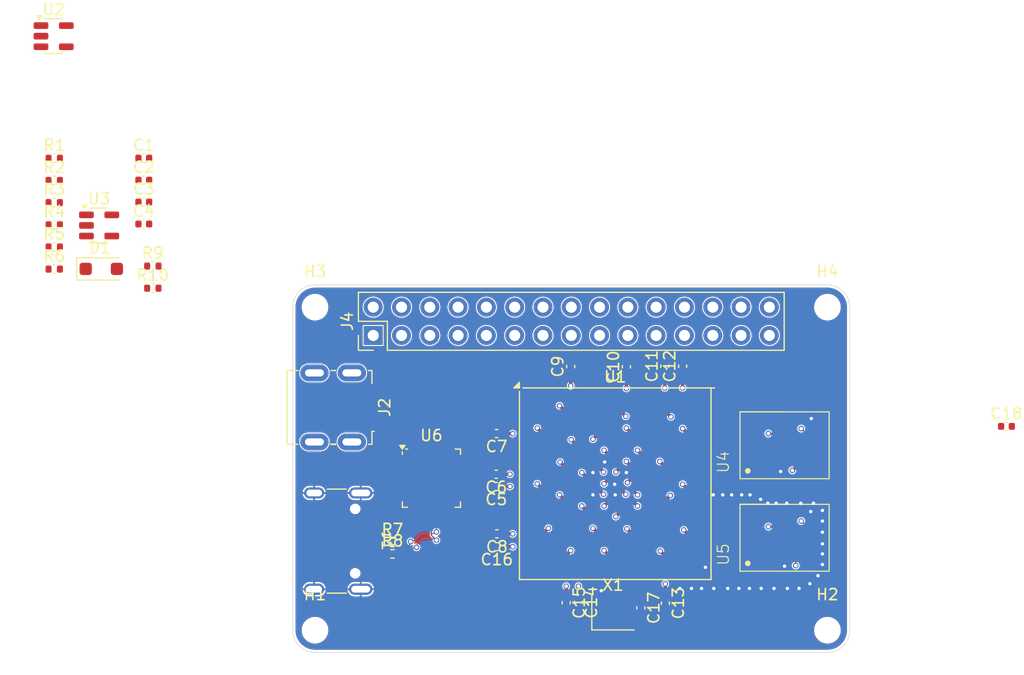
<source format=kicad_pcb>
(kicad_pcb (version 20240108) (generator "pcbnew") (generator_version "8.0")
  (layers (0 "F.Cu" signal) (1 "In1.Cu" signal) (2 "In2.Cu" signal) (3 "In3.Cu" signal) (4 "In4.Cu" signal) (31 "B.Cu" signal) (34 "B.Paste" user) (35 "F.Paste" user) (36 "B.SilkS" user "B.Silkscreen") (37 "F.SilkS" user "F.Silkscreen") (38 "B.Mask" user) (39 "F.Mask" user) (44 "Edge.Cuts" user))
  (net 0 "")
  (net 1 "Net-(U3-ADJ)")
  (net 2 "GND")
  (net 3 "Net-(U2-ADJ)")
  (net 4 "+3V3")
  (net 5 "+1V2")
  (net 6 "VSYS")
  (net 7 "VBUS")
  (net 9 "Net-(J1-CC2)")
  (net 10 "Net-(J1-D--PadA7)")
  (net 11 "Net-(J1-D+-PadA6)")
  (net 13 "Net-(J1-CC1)")
  (net 180 "/D+")
  (net 181 "/D-")
  (net 182 "/RAM0_DQ4")
  (net 183 "/RAM0_DQ2")
  (net 184 "/RAM0_DQ0")
  (net 185 "/RAM0_DQ1")
  (net 186 "/RAM0_CK")
  (net 187 "/RAM0_DQ6")
  (net 188 "/RAM0_DQ7")
  (net 189 "/RAM0_CS")
  (net 190 "/RAM0_DQ5")
  (net 191 "/RAM0_DQ3")
  (net 192 "/RAM0_RST")
  (net 194 "/RAM1_DQ4")
  (net 195 "/RAM1_CK")
  (net 196 "/RAM1_DQ2")
  (net 197 "/RAM1_CS")
  (net 198 "/RAM1_DQ1")
  (net 199 "/RAM1_DQ5")
  (net 200 "/RAM1_DQ3")
  (net 201 "/RAM1_DQ6")
  (net 202 "/RAM1_DQ7")
  (net 203 "/RAM1_DQ0")
  (net 204 "/RAM1_RST")
  (net 205 "/D0-")
  (net 206 "/D1-")
  (net 208 "/D2-")
  (net 209 "/D2+")
  (net 211 "/D1+")
  (net 214 "/D0+")
  (net 220 "/CK+")
  (net 222 "/CK-")
  (net 255 "/OSC_OUT")
  (net 256 "/FPGA_TDI")
  (net 257 "/FPGA_TMS")
  (net 258 "/FPGA_TDO")
  (net 259 "/FPGA_TCK")
  (net 277 "Net-(U6-VCCD)")
  (net 278 "Net-(U6-~{XRES})")
  (net 279 "Net-(U6-WAKEUP)")
  (footprint "Diode_SMD:D_SOD-123F" (layer "F.Cu") (at 52.815 55.565)
    (property "Reference" "D1")
    (property "Value" "MBR120VLSFT1G")
  )
  (footprint "Capacitor_SMD:C_0402_1005Metric" (layer "F.Cu") (at 94.55 85.53 -90)
    (property "Reference" "C15")
    (property "Value" "100n")
  )
  (footprint "Package_BGA:BGA-256_17.0x17.0mm_Layout16x16_P1.0mm_Ball0.5mm_Pad0.4mm_NSMD" (layer "F.Cu") (at 98.95 74.85)
    (property "Reference" "U1")
    (property "Value" "XC6SLX9-FTG256")
  )
  (footprint "Connector_Video:HDMI_Micro-D_Molex_46765-1x01" (layer "F.Cu") (at 71.95 68 -90)
    (property "Reference" "J2")
    (property "Value" "HDMI_C_1.4")
  )
  (footprint "MountingHole:MountingHole_2.1mm" (layer "F.Cu") (at 72 59)
    (property "Reference" "H3")
    (property "Value" "MountingHole")
  )
  (footprint "Capacitor_SMD:C_0402_1005Metric" (layer "F.Cu") (at 88.27 74 180)
    (property "Reference" "C6")
    (property "Value" "100n")
  )
  (footprint "Capacitor_SMD:C_0402_1005Metric" (layer "F.Cu") (at 134.07 69.7)
    (property "Reference" "C18")
    (property "Value" "1u")
  )
  (footprint "Oscillator:Oscillator_SMD_Abracon_ASE-4Pin_3.2x2.5mm" (layer "F.Cu") (at 98.75 86.4)
    (property "Reference" "X1")
    (property "Value" "ASE-50MHz")
  )
  (footprint "Resistor_SMD:R_0402_1005Metric" (layer "F.Cu") (at 78.95 80.125)
    (property "Reference" "R7")
    (property "Value" "200")
  )
  (footprint "Capacitor_SMD:C_0402_1005Metric" (layer "F.Cu") (at 56.63 51.535)
    (property "Reference" "C4")
    (property "Value" "2.2u")
  )
  (footprint "Resistor_SMD:R_0402_1005Metric" (layer "F.Cu") (at 48.59 49.615)
    (property "Reference" "R3")
    (property "Value" "900")
  )
  (footprint "HyperRAM:W955K8MBYA" (layer "F.Cu") (at 114.15 71.4 90)
    (property "Reference" "U4")
    (property "Value" "W955K8MBYA")
  )
  (footprint "Capacitor_SMD:C_0402_1005Metric" (layer "F.Cu") (at 88.3 70.35 180)
    (property "Reference" "C7")
    (property "Value" "100n")
  )
  (footprint "Capacitor_SMD:C_0402_1005Metric" (layer "F.Cu") (at 95.65 85.5 -90)
    (property "Reference" "C14")
    (property "Value" "100n")
  )
  (footprint "Resistor_SMD:R_0402_1005Metric" (layer "F.Cu") (at 48.59 55.585)
    (property "Reference" "R6")
    (property "Value" "5.1k")
  )
  (footprint "Capacitor_SMD:C_0402_1005Metric" (layer "F.Cu") (at 99.95 64.35 90)
    (property "Reference" "C10")
    (property "Value" "100n")
  )
  (footprint "Capacitor_SMD:C_0402_1005Metric" (layer "F.Cu") (at 56.63 49.565)
    (property "Reference" "C3")
    (property "Value" "2.2u")
  )
  (footprint "Resistor_SMD:R_0402_1005Metric" (layer "F.Cu") (at 48.59 47.625)
    (property "Reference" "R2")
    (property "Value" "50")
  )
  (footprint "Capacitor_SMD:C_0402_1005Metric" (layer "F.Cu") (at 56.63 47.595)
    (property "Reference" "C2")
    (property "Value" "470p")
  )
  (footprint "MountingHole:MountingHole_2.1mm" (layer "F.Cu") (at 118 59)
    (property "Reference" "H4")
    (property "Value" "MountingHole")
  )
  (footprint "Capacitor_SMD:C_0402_1005Metric" (layer "F.Cu") (at 94.95 64.33 90)
    (property "Reference" "C9")
    (property "Value" "100n")
  )
  (footprint "Resistor_SMD:R_0402_1005Metric" (layer "F.Cu") (at 57.44 55.31)
    (property "Reference" "R9")
    (property "Value" "10k")
  )
  (footprint "Capacitor_SMD:C_0402_1005Metric" (layer "F.Cu") (at 88.32 80.5 180)
    (property "Reference" "C16")
    (property "Value" "100n")
  )
  (footprint "Connector_PinHeader_2.54mm:PinHeader_2x15_P2.54mm_Vertical" (layer "F.Cu") (at 77.225 61.54 90)
    (property "Reference" "J4")
    (property "Value" "Conn_02x15_Odd_Even")
  )
  (footprint "Capacitor_SMD:C_0402_1005Metric" (layer "F.Cu") (at 88.27 75.1 180)
    (property "Reference" "C5")
    (property "Value" "100n")
  )
  (footprint "Resistor_SMD:R_0402_1005Metric" (layer "F.Cu") (at 48.59 45.635)
    (property "Reference" "R1")
    (property "Value" "30")
  )
  (footprint "Connector_USB:USB_C_Receptacle_GCT_USB4105-xx-A_16P_TopMnt_Horizontal" (layer "F.Cu") (at 73 80 -90)
    (property "Reference" "J1")
    (property "Value" "USB_C_Receptacle_USB2.0_16P")
  )
  (footprint "Capacitor_SMD:C_0402_1005Metric" (layer "F.Cu") (at 101.25 85.995 -90)
    (property "Reference" "C17")
    (property "Value" "15p")
  )
  (footprint "Resistor_SMD:R_0402_1005Metric" (layer "F.Cu") (at 48.59 51.605)
    (property "Reference" "R4")
    (property "Value" "20")
  )
  (footprint "MountingHole:MountingHole_2.1mm" (layer "F.Cu") (at 72 88)
    (property "Reference" "H1")
    (property "Value" "MountingHole")
  )
  (footprint "Package_TO_SOT_SMD:SOT-23-5" (layer "F.Cu") (at 48.5375 34.675)
    (property "Reference" "U2")
    (property "Value" "MIC5205YM5")
  )
  (footprint "Capacitor_SMD:C_0402_1005Metric" (layer "F.Cu") (at 103.4 64.3 90)
    (property "Reference" "C11")
    (property "Value" "100n")
  )
  (footprint "Resistor_SMD:R_0402_1005Metric" (layer "F.Cu") (at 48.59 53.595)
    (property "Reference" "R5")
    (property "Value" "5.1k")
  )
  (footprint "MountingHole:MountingHole_2.1mm" (layer "F.Cu") (at 118 88)
    (property "Reference" "H2")
    (property "Value" "MountingHole")
  )
  (footprint "Capacitor_SMD:C_0402_1005Metric" (layer "F.Cu") (at 56.63 45.625)
    (property "Reference" "C1")
    (property "Value" "470p")
  )
  (footprint "Resistor_SMD:R_0402_1005Metric" (layer "F.Cu") (at 78.96 81.15)
    (property "Reference" "R8")
    (property "Value" "200")
  )
  (footprint "Capacitor_SMD:C_0402_1005Metric" (layer "F.Cu") (at 88.33 79.35 180)
    (property "Reference" "C8")
    (property "Value" "100n")
  )
  (footprint "Capacitor_SMD:C_0402_1005Metric" (layer "F.Cu") (at 105 64.3 90)
    (property "Reference" "C12")
    (property "Value" "100n")
  )
  (footprint "Package_DFN_QFN:QFN-32-1EP_5x5mm_P0.5mm_EP3.45x3.45mm" (layer "F.Cu") (at 82.45 74.35)
    (property "Reference" "U6")
    (property "Value" "CY7C65215-32LTXI")
  )
  (footprint "Capacitor_SMD:C_0402_1005Metric" (layer "F.Cu") (at 103.45 85.57 -90)
    (property "Reference" "C13")
    (property "Value" "100n")
  )
  (footprint "Package_TO_SOT_SMD:SOT-23-5" (layer "F.Cu") (at 52.62 51.665)
    (property "Reference" "U3")
    (property "Value" "MIC5205YM5")
  )
  (footprint "Resistor_SMD:R_0402_1005Metric" (layer "F.Cu") (at 57.44 57.3)
    (property "Reference" "R10")
    (property "Value" "10k")
  )
  (footprint "HyperRAM:W955K8MBYA" (layer "F.Cu") (at 114.15 79.7 90)
    (property "Reference" "U5")
    (property "Value" "W955K8MBYA")
  )
  (gr_line (start 120 59) (end 120 88) (stroke (width 0.05)) (layer "Edge.Cuts"))
  (gr_arc (start 120 88) (mid 119.414214 89.414214) (end 118 90) (stroke (width 0.05)) (layer "Edge.Cuts"))
  (gr_line (start 118 90) (end 72 90) (stroke (width 0.05)) (layer "Edge.Cuts"))
  (gr_arc (start 70 59) (mid 70.585786 57.585786) (end 72 57) (stroke (width 0.05)) (layer "Edge.Cuts"))
  (gr_arc (start 72 90) (mid 70.585786 89.414214) (end 70 88) (stroke (width 0.05)) (layer "Edge.Cuts"))
  (gr_line (start 70 88) (end 70 59) (stroke (width 0.05)) (layer "Edge.Cuts"))
  (gr_arc (start 118 57) (mid 119.414214 57.585786) (end 120 59) (stroke (width 0.05)) (layer "Edge.Cuts"))
  (gr_line (start 72 57) (end 118 57) (stroke (width 0.05)) (layer "Edge.Cuts"))
  (segment (start 114.35 76.6) (end 113.4 76.6) (width 0.3) (layer "F.Cu") (net 2))
  (segment (start 109.05 84.25) (end 110.05 84.25) (width 0.3) (layer "F.Cu") (net 2))
  (segment (start 116.425 83.825) (end 117.15 83.1) (width 0.3) (layer "F.Cu") (net 2))
  (segment (start 117.55 79.2) (end 117.55 78.2) (width 0.3) (layer "F.Cu") (net 2))
  (segment (start 116.15 77.7) (end 116.5 77.35) (width 0.1) (layer "F.Cu") (net 2))
  (segment (start 110.3 75.85) (end 109.4 75.85) (width 0.3) (layer "F.Cu") (net 2))
  (segment (start 117.55 82.1) (end 117.55 81.15) (width 0.3) (layer "F.Cu") (net 2))
  (segment (start 111.6 75.85) (end 111.05 75.85) (width 0.3) (layer "F.Cu") (net 2))
  (segment (start 110.05 84.25) (end 111 84.25) (width 0.3) (layer "F.Cu") (net 2))
  (segment (start 116.15 69.4) (end 116.55 69) (width 0.1) (layer "F.Cu") (net 2))
  (segment (start 117.55 80.25) (end 117.55 79.2) (width 0.3) (layer "F.Cu") (net 2))
  (segment (start 104.1 83.75) (end 104.6 84.25) (width 0.3) (layer "F.Cu") (net 2))
  (segment (start 107.8 84.25) (end 109.05 84.25) (width 0.3) (layer "F.Cu") (net 2))
  (segment (start 114.15 73.400001) (end 114.149999 73.400001) (width 0.1) (layer "F.Cu") (net 2))
  (segment (start 97.45 74.35) (end 96.95 73.85) (width 0.3) (layer "F.Cu") (net 2))
  (segment (start 104.6 84.25) (end 104.75 84.25) (width 0.3) (layer "F.Cu") (net 2))
  (segment (start 112.65 76.6) (end 112.35 76.6) (width 0.3) (layer "F.Cu") (net 2))
  (segment (start 109.4 75.85) (end 108.6 75.85) (width 0.3) (layer "F.Cu") (net 2))
  (segment (start 114.4 84.25) (end 115.45 84.25) (width 0.3) (layer "F.Cu") (net 2))
  (segment (start 106.7 84.25) (end 107.8 84.25) (width 0.3) (layer "F.Cu") (net 2))
  (segment (start 108.6 75.85) (end 107.75 75.85) (width 0.3) (layer "F.Cu") (net 2))
  (segment (start 117.55 78.2) (end 117.55 77.25) (width 0.3) (layer "F.Cu") (net 2))
  (segment (start 117.55 77.25) (end 117.55 77.15) (width 0.3) (layer "F.Cu") (net 2))
  (segment (start 115.45 84.25) (end 116 84.25) (width 0.3) (layer "F.Cu") (net 2))
  (segment (start 117.55 82.7) (end 117.55 82.1) (width 0.3) (layer "F.Cu") (net 2))
  (segment (start 98.45 73.35) (end 98 72.9) (width 0.3) (layer "F.Cu") (net 2))
  (segment (start 114.15 81.700001) (end 114.15 82.25) (width 0.1) (layer "F.Cu") (net 2))
  (segment (start 117.55 77.15) (end 117 76.6) (width 0.3) (layer "F.Cu") (net 2))
  (segment (start 104.75 84.25) (end 105.8 84.25) (width 0.3) (layer "F.Cu") (net 2))
  (segment (start 117.55 81.15) (end 117.55 80.25) (width 0.3) (layer "F.Cu") (net 2))
  (segment (start 99.45 76.35) (end 98.95 75.85) (width 0.3) (layer "F.Cu") (net 2))
  (segment (start 112.35 76.6) (end 112 76.25) (width 0.3) (layer "F.Cu") (net 2))
  (segment (start 111 84.25) (end 112.05 84.25) (width 0.3) (layer "F.Cu") (net 2))
  (segment (start 116.75 76.6) (end 115.6 76.6) (width 0.3) (layer "F.Cu") (net 2))
  (segment (start 116 84.25) (end 116.425 83.825) (width 0.3) (layer "F.Cu") (net 2))
  (segment (start 115.6 76.6) (end 114.35 76.6) (width 0.3) (layer "F.Cu") (net 2))
  (segment (start 117.15 83.1) (end 117.55 82.7) (width 0.3) (layer "F.Cu") (net 2))
  (segment (start 113.4 76.6) (end 112.65 76.6) (width 0.3) (layer "F.Cu") (net 2))
  (segment (start 105.8 84.25) (end 106.65 84.25) (width 0.3) (layer "F.Cu") (net 2))
  (segment (start 112.05 84.25) (end 113.2 84.25) (width 0.3) (layer "F.Cu") (net 2))
  (segment (start 98.45 75.35) (end 98.9 74.9) (width 0.3) (layer "F.Cu") (net 2))
  (segment (start 99.45 74.35) (end 99.95 73.85) (width 0.3) (layer "F.Cu") (net 2))
  (segment (start 111.05 75.85) (end 110.3 75.85) (width 0.3) (layer "F.Cu") (net 2))
  (segment (start 113.2 84.25) (end 114.4 84.25) (width 0.3) (layer "F.Cu") (net 2))
  (segment (start 114.149999 73.400001) (end 113.8 73.75) (width 0.1) (layer "F.Cu") (net 2))
  (segment (start 117 76.6) (end 116.75 76.6) (width 0.3) (layer "F.Cu") (net 2))
  (segment (start 97.45 76.35) (end 96.95 75.85) (width 0.3) (layer "F.Cu") (net 2))
  (segment (start 106.45 82.35) (end 107.05 82.35) (width 0.1) (layer "F.Cu") (net 2))
  (segment (start 106.65 84.25) (end 106.7 84.25) (width 0.3) (layer "F.Cu") (net 2))
  (segment (start 112 76.25) (end 111.6 75.85) (width 0.3) (layer "F.Cu") (net 2))
  (segment (start 107.75 75.85) (end 107.4 75.85) (width 0.3) (layer "F.Cu") (net 2))
  (via (at 109.4 75.85) (size 0.6) (drill 0.3) (layers "F.Cu" "B.Cu") (net 2))
  (via (at 117.55 80.25) (size 0.6) (drill 0.3) (layers "F.Cu" "B.Cu") (net 2))
  (via (at 111.05 75.85) (size 0.6) (drill 0.3) (layers "F.Cu" "B.Cu") (net 2))
  (via (at 111 84.25) (size 0.6) (drill 0.3) (layers "F.Cu" "B.Cu") (net 2))
  (via (at 113.8 73.75) (size 0.5) (drill 0.3) (layers "F.Cu" "B.Cu") (net 2))
  (via (at 112.05 84.25) (size 0.6) (drill 0.3) (layers "F.Cu" "B.Cu") (net 2))
  (via (at 96.95 75.85) (size 0.5) (drill 0.3) (layers "F.Cu" "B.Cu") (net 2))
  (via (at 105.8 84.25) (size 0.6) (drill 0.3) (layers "F.Cu" "B.Cu") (net 2))
  (via (at 117.55 77.25) (size 0.6) (drill 0.3) (layers "F.Cu" "B.Cu") (net 2))
  (via (at 106.7 84.25) (size 0.6) (drill 0.3) (layers "F.Cu" "B.Cu") (net 2))
  (via (at 110.3 75.85) (size 0.6) (drill 0.3) (layers "F.Cu" "B.Cu") (net 2))
  (via (at 107.05 82.35) (size 0.5) (drill 0.3) (layers "F.Cu" "B.Cu") (net 2))
  (via (at 108.6 75.85) (size 0.6) (drill 0.3) (layers "F.Cu" "B.Cu") (net 2))
  (via (at 117.55 82.1) (size 0.6) (drill 0.3) (layers "F.Cu" "B.Cu") (net 2))
  (via (at 98.95 75.85) (size 0.5) (drill 0.3) (layers "F.Cu" "B.Cu") (net 2))
  (via (at 117.15 83.1) (size 0.6) (drill 0.3) (layers "F.Cu" "B.Cu") (net 2))
  (via (at 115.45 84.25) (size 0.6) (drill 0.3) (layers "F.Cu" "B.Cu") (net 2))
  (via (at 109.05 84.25) (size 0.6) (drill 0.3) (layers "F.Cu" "B.Cu") (net 2))
  (via (at 107.8 84.25) (size 0.6) (drill 0.3) (layers "F.Cu" "B.Cu") (net 2))
  (via (at 98.9 74.9) (size 0.5) (drill 0.3) (layers "F.Cu" "B.Cu") (net 2))
  (via (at 116.5 77.35) (size 0.5) (drill 0.3) (layers "F.Cu" "B.Cu") (net 2))
  (via (at 117.55 79.2) (size 0.6) (drill 0.3) (layers "F.Cu" "B.Cu") (net 2))
  (via (at 115.6 76.6) (size 0.6) (drill 0.3) (layers "F.Cu" "B.Cu") (net 2))
  (via (at 107.75 75.85) (size 0.6) (drill 0.3) (layers "F.Cu" "B.Cu") (net 2))
  (via (at 113.2 84.25) (size 0.6) (drill 0.3) (layers "F.Cu" "B.Cu") (net 2))
  (via (at 116.75 76.6) (size 0.6) (drill 0.3) (layers "F.Cu" "B.Cu") (net 2))
  (via (at 96.95 73.85) (size 0.5) (drill 0.3) (layers "F.Cu" "B.Cu") (net 2))
  (via (at 116.55 69) (size 0.5) (drill 0.3) (layers "F.Cu" "B.Cu") (net 2))
  (via (at 104.75 84.25) (size 0.6) (drill 0.3) (layers "F.Cu" "B.Cu") (net 2))
  (via (at 114.15 82.25) (size 0.5) (drill 0.3) (layers "F.Cu" "B.Cu") (net 2))
  (via (at 112 76.25) (size 0.6) (drill 0.3) (layers "F.Cu" "B.Cu") (net 2))
  (via (at 113.4 76.6) (size 0.6) (drill 0.3) (layers "F.Cu" "B.Cu") (net 2))
  (via (at 99.95 73.85) (size 0.5) (drill 0.3) (layers "F.Cu" "B.Cu") (net 2))
  (via (at 112.65 76.6) (size 0.6) (drill 0.3) (layers "F.Cu" "B.Cu") (net 2))
  (via (at 110.05 84.25) (size 0.6) (drill 0.3) (layers "F.Cu" "B.Cu") (net 2))
  (via (at 117.55 78.2) (size 0.6) (drill 0.3) (layers "F.Cu" "B.Cu") (net 2))
  (via (at 114.4 84.25) (size 0.6) (drill 0.3) (layers "F.Cu" "B.Cu") (net 2))
  (via (at 116.425 83.825) (size 0.6) (drill 0.3) (layers "F.Cu" "B.Cu") (net 2))
  (via (at 117.55 81.15) (size 0.6) (drill 0.3) (layers "F.Cu" "B.Cu") (net 2))
  (via (at 114.35 76.6) (size 0.6) (drill 0.3) (layers "F.Cu" "B.Cu") (net 2))
  (via (at 98 72.9) (size 0.5) (drill 0.3) (layers "F.Cu" "B.Cu") (net 2))
  (segment (start 88.8 80.5) (end 89.75 80.5) (width 0.3) (layer "F.Cu") (net 4))
  (segment (start 92.45 70.35) (end 91.95 69.85) (width 0.3) (layer "F.Cu") (net 4))
  (segment (start 97.7 87.225) (end 97.7 85.575) (width 0.3) (layer "F.Cu") (net 4))
  (segment (start 103.45 76.35) (end 103.9 75.9) (width 0.3) (layer "F.Cu") (net 4))
  (segment (start 100.45 79.35) (end 100 78.9) (width 0.3) (layer "F.Cu") (net 4))
  (segment (start 116.15 70.4) (end 115.65 69.9) (width 0.1) (layer "F.Cu") (net 4))
  (segment (start 103.45 85.09) (end 103.45 83.85) (width 0.3) (layer "F.Cu") (net 4))
  (segment (start 99.95 64.83) (end 99.95 66.3) (width 0.3) (layer "F.Cu") (net 4))
  (segment (start 99.45 77.35) (end 99 77.8) (width 0.3) (layer "F.Cu") (net 4))
  (segment (start 98.45 72.35) (end 97.95 71.85) (width 0.3) (layer "F.Cu") (net 4))
  (segment (start 99.45 68.35) (end 99.9 68.8) (width 0.3) (layer "F.Cu") (net 4))
  (segment (start 113.15 78.7) (end 112.7 78.7) (width 0.1) (layer "F.Cu") (net 4))
  (segment (start 100.45 70.35) (end 99.95 69.85) (width 0.3) (layer "F.Cu") (net 4))
  (segment (start 97.45 70.35) (end 96.95 70.85) (width 0.3) (layer "F.Cu") (net 4))
  (segment (start 101.45 72.35) (end 100.95 71.85) (width 0.3) (layer "F.Cu") (net 4))
  (segment (start 100.45 73.35) (end 99.95 72.85) (width 0.3) (layer "F.Cu") (net 4))
  (segment (start 88.81 79.35) (end 89.75 79.35) (width 0.3) (layer "F.Cu") (net 4))
  (segment (start 96.45 74.35) (end 95.95 73.85) (width 0.3) (layer "F.Cu") (net 4))
  (segment (start 105.45 79.35) (end 105.1 79) (width 0.3) (layer "F.Cu") (net 4))
  (segment (start 95.45 71.35) (end 95 70.9) (width 0.3) (layer "F.Cu") (net 4))
  (segment (start 103.45 73.35) (end 102.95 72.85) (width 0.3) (layer "F.Cu") (net 4))
  (segment (start 92.45 79.35) (end 92.95 78.85) (width 0.3) (layer "F.Cu") (net 4))
  (segment (start 94.45 68.35) (end 93.95 67.85) (width 0.3) (layer "F.Cu") (net 4))
  (segment (start 94.55 85.05) (end 94.55 84.05) (width 0.3) (layer "F.Cu") (net 4))
  (segment (start 105.45 70.35) (end 105 69.9) (width 0.3) (layer "F.Cu") (net 4))
  (segment (start 116.15 78.7) (end 115.65 78.2) (width 0.1) (layer "F.Cu") (net 4))
  (segment (start 103.45 81.35) (end 103 80.9) (width 0.3) (layer "F.Cu") (net 4))
  (segment (start 94.45 76.35) (end 93.95 75.85) (width 0.3) (layer "F.Cu") (net 4))
  (segment (start 94.95 64.81) (end 94.95 66.05) (width 0.3) (layer "F.Cu") (net 4))
  (segment (start 97.7 85.575) (end 97.7 84.45) (width 0.3) (layer "F.Cu") (net 4))
  (segment (start 115.15 73.4) (end 115.1 73.4) (width 0.1) (layer "F.Cu") (net 4))
  (segment (start 94.45 73.35) (end 94 72.9) (width 0.3) (layer "F.Cu") (net 4))
  (segment (start 94.45 81.35) (end 94.95 80.85) (width 0.3) (layer "F.Cu") (net 4))
  (segment (start 103.45 68.35) (end 103.95 68.85) (width 0.3) (layer "F.Cu") (net 4))
  (segment (start 92.45 75.35) (end 91.95 74.85) (width 0.3) (layer "F.Cu") (net 4))
  (segment (start 96.45 77.35) (end 95.95 76.85) (width 0.3) (layer "F.Cu") (net 4))
  (segment (start 115.1 73.4) (end 114.85 73.65) (width 0.1) (layer "F.Cu") (net 4))
  (segment (start 100.45 75.35) (end 100.95 75.85) (width 0.3) (layer "F.Cu") (net 4))
  (segment (start 115.15 81.7) (end 115.15 82.2) (width 0.1) (layer "F.Cu") (net 4))
  (segment (start 95.65 85.02) (end 95.65 84.05) (width 0.3) (layer "F.Cu") (net 4))
  (segment (start 88.78 70.35) (end 89.75 70.35) (width 0.3) (layer "F.Cu") (net 4))
  (segment (start 105 64.78) (end 105 66.25) (width 0.3) (layer "F.Cu") (net 4))
  (segment (start 105.45 75.35) (end 105 74.9) (width 0.3) (layer "F.Cu") (net 4))
  (segment (start 98.45 81.35) (end 97.95 80.85) (width 0.3) (layer "F.Cu") (net 4))
  (segment (start 97.45 79.35) (end 96.95 78.85) (width 0.3) (layer "F.Cu") (net 4))
  (segment (start 112.752 70.4) (end 112.697273 70.345273) (width 0.1) (layer "F.Cu") (net 4))
  (segment (start 103.4 64.78) (end 103.4 66.25) (width 0.3) (layer "F.Cu") (net 4))
  (segment (start 113.15 70.4) (end 112.752 70.4) (width 0.1) (layer "F.Cu") (net 4))
  (via (at 103.95 68.85) (size 0.5) (drill 0.3) (layers "F.Cu" "B.Cu") (net 4))
  (via (at 100.95 71.85) (size 0.5) (drill 0.3) (layers "F.Cu" "B.Cu") (net 4))
  (via (at 115.65 69.9) (size 0.5) (drill 0.3) (layers "F.Cu" "B.Cu") (net 4))
  (via (at 112.697273 70.345273) (size 0.5) (drill 0.3) (layers "F.Cu" "B.Cu") (net 4))
  (via (at 100 78.9) (size 0.5) (drill 0.3) (layers "F.Cu" "B.Cu") (net 4))
  (via (at 94.95 80.85) (size 0.5) (drill 0.3) (layers "F.Cu" "B.Cu") (net 4))
  (via (at 99.95 66.3) (size 0.5) (drill 0.3) (layers "F.Cu" "B.Cu") (net 4))
  (via (at 94.55 84.05) (size 0.5) (drill 0.3) (layers "F.Cu" "B.Cu") (net 4))
  (via (at 114.85 73.65) (size 0.5) (drill 0.3) (layers "F.Cu" "B.Cu") (net 4))
  (via (at 99 77.8) (size 0.5) (drill 0.3) (layers "F.Cu" "B.Cu") (net 4))
  (via (at 96.95 78.85) (size 0.5) (drill 0.3) (layers "F.Cu" "B.Cu") (net 4))
  (via (at 95.95 76.85) (size 0.5) (drill 0.3) (layers "F.Cu" "B.Cu") (net 4))
  (via (at 99.9 68.8) (size 0.5) (drill 0.3) (layers "F.Cu" "B.Cu") (net 4))
  (via (at 103.45 83.85) (size 0.5) (drill 0.3) (layers "F.Cu" "B.Cu") (net 4))
  (via (at 115.15 82.2) (size 0.5) (drill 0.3) (layers "F.Cu" "B.Cu") (net 4))
  (via (at 105 69.9) (size 0.5) (drill 0.3) (layers "F.Cu" "B.Cu") (net 4))
  (via (at 115.65 78.2) (size 0.5) (drill 0.3) (layers "F.Cu" "B.Cu") (net 4))
  (via (at 105 66.25) (size 0.5) (drill 0.3) (layers "F.Cu" "B.Cu") (net 4))
  (via (at 91.95 74.85) (size 0.5) (drill 0.3) (layers "F.Cu" "B.Cu") (net 4))
  (via (at 97.95 80.85) (size 0.5) (drill 0.3) (layers "F.Cu" "B.Cu") (net 4))
  (via (at 105.1 79) (size 0.5) (drill 0.3) (layers "F.Cu" "B.Cu") (net 4))
  (via (at 103.9 75.9) (size 0.5) (drill 0.3) (layers "F.Cu" "B.Cu") (net 4))
  (via (at 89.75 70.35) (size 0.5) (drill 0.3) (layers "F.Cu" "B.Cu") (net 4))
  (via (at 94 72.9) (size 0.5) (drill 0.3) (layers "F.Cu" "B.Cu") (net 4))
  (via (at 94.95 66.05) (size 0.5) (drill 0.3) (layers "F.Cu" "B.Cu") (net 4))
  (via (at 95.65 84.05) (size 0.5) (drill 0.3) (layers "F.Cu" "B.Cu") (net 4))
  (via (at 95 70.9) (size 0.5) (drill 0.3) (layers "F.Cu" "B.Cu") (net 4))
  (via (at 99.95 72.85) (size 0.5) (drill 0.3) (layers "F.Cu" "B.Cu") (net 4))
  (via (at 99.95 69.85) (size 0.5) (drill 0.3) (layers "F.Cu" "B.Cu") (net 4))
  (via (at 100.95 75.85) (size 0.5) (drill 0.3) (layers "F.Cu" "B.Cu") (net 4))
  (via (at 103 80.9) (size 0.5) (drill 0.3) (layers "F.Cu" "B.Cu") (net 4))
  (via (at 91.95 69.85) (size 0.5) (drill 0.3) (layers "F.Cu" "B.Cu") (net 4))
  (via (at 97.95 71.85) (size 0.5) (drill 0.3) (layers "F.Cu" "B.Cu") (net 4))
  (via (at 96.95 70.85) (size 0.5) (drill 0.3) (layers "F.Cu" "B.Cu") (net 4))
  (via (at 95.95 73.85) (size 0.5) (drill 0.3) (layers "F.Cu" "B.Cu") (net 4))
  (via (at 103.4 66.25) (size 0.5) (drill 0.3) (layers "F.Cu" "B.Cu") (net 4))
  (via (at 89.75 79.35) (size 0.5) (drill 0.3) (layers "F.Cu" "B.Cu") (net 4))
  (via (at 105 74.9) (size 0.5) (drill 0.3) (layers "F.Cu" "B.Cu") (net 4))
  (via (at 112.7 78.7) (size 0.5) (drill 0.3) (layers "F.Cu" "B.Cu") (net 4))
  (via (at 93.95 75.85) (size 0.5) (drill 0.3) (layers "F.Cu" "B.Cu") (net 4))
  (via (at 102.95 72.85) (size 0.5) (drill 0.3) (layers "F.Cu" "B.Cu") (net 4))
  (via (at 89.75 80.5) (size 0.5) (drill 0.3) (layers "F.Cu" "B.Cu") (net 4))
  (via (at 97.7 84.45) (size 0.6) (drill 0.3) (layers "F.Cu" "B.Cu") (net 4))
  (via (at 92.95 78.85) (size 0.5) (drill 0.3) (layers "F.Cu" "B.Cu") (net 4))
  (via (at 93.95 67.85) (size 0.5) (drill 0.3) (layers "F.Cu" "B.Cu") (net 4))
  (segment (start 97.45 73.35) (end 97.9 73.8) (width 0.3) (layer "F.Cu") (net 5))
  (segment (start 98.45 74.35) (end 97.95 74.85) (width 0.3) (layer "F.Cu") (net 5))
  (segment (start 88.75 74) (end 89.5 74) (width 0.3) (layer "F.Cu") (net 5))
  (segment (start 88.75 75.1) (end 89.5 75.1) (width 0.3) (layer "F.Cu") (net 5))
  (segment (start 100.45 74.35) (end 100.05 74.75) (width 0.3) (layer "F.Cu") (net 5))
  (segment (start 99.45 73.35) (end 99 73.8) (width 0.3) (layer "F.Cu") (net 5))
  (segment (start 100.45 76.35) (end 100.95 76.85) (width 0.3) (layer "F.Cu") (net 5))
  (segment (start 98.45 76.35) (end 97.95 76.85) (width 0.3) (layer "F.Cu") (net 5))
  (segment (start 99.45 75.35) (end 99.9 75.8) (width 0.3) (layer "F.Cu") (net 5))
  (segment (start 97.45 75.35) (end 97.9 75.8) (width 0.3) (layer "F.Cu") (net 5))
  (via (at 97.9 75.8) (size 0.5) (drill 0.3) (layers "F.Cu" "B.Cu") (net 5))
  (via (at 100.95 76.85) (size 0.5) (drill 0.3) (layers "F.Cu" "B.Cu") (net 5))
  (via (at 97.9 73.8) (size 0.5) (drill 0.3) (layers "F.Cu" "B.Cu") (net 5))
  (via (at 100.05 74.75) (size 0.5) (drill 0.3) (layers "F.Cu" "B.Cu") (net 5))
  (via (at 99.9 75.8) (size 0.5) (drill 0.3) (layers "F.Cu" "B.Cu") (net 5))
  (via (at 89.5 74) (size 0.5) (drill 0.3) (layers "F.Cu" "B.Cu") (net 5))
  (via (at 99 73.8) (size 0.5) (drill 0.3) (layers "F.Cu" "B.Cu") (net 5))
  (via (at 97.95 74.85) (size 0.5) (drill 0.3) (layers "F.Cu" "B.Cu") (net 5))
  (via (at 89.5 75.1) (size 0.5) (drill 0.3) (layers "F.Cu" "B.Cu") (net 5))
  (via (at 97.95 76.85) (size 0.5) (drill 0.3) (layers "F.Cu" "B.Cu") (net 5))
  (segment (start 75.955 80.099999) (end 75.955 79.495) (width 0.1) (layer "F.Cu") (net 10))
  (segment (start 76.105001 80.25) (end 75.955 80.099999) (width 0.1) (layer "F.Cu") (net 10))
  (segment (start 76.68 79.25) (end 77.15 79.25) (width 0.1) (layer "F.Cu") (net 10))
  (segment (start 77.15 79.25) (end 78.025 80.125) (width 0.1) (layer "F.Cu") (net 10))
  (segment (start 78.025 80.125) (end 78.44 80.125) (width 0.1) (layer "F.Cu") (net 10))
  (segment (start 76.68 80.25) (end 76.105001 80.25) (width 0.1) (layer "F.Cu") (net 10))
  (segment (start 76.2 79.25) (end 76.68 79.25) (width 0.1) (layer "F.Cu") (net 10))
  (segment (start 75.955 79.495) (end 76.2 79.25) (width 0.1) (layer "F.Cu") (net 10))
  (segment (start 77.3 80.75) (end 77.7 81.15) (width 0.1) (layer "F.Cu") (net 11))
  (segment (start 77.7 81.15) (end 78.45 81.15) (width 0.1) (layer "F.Cu") (net 11))
  (segment (start 77.254999 79.75) (end 77.405 79.900001) (width 0.1) (layer "F.Cu") (net 11))
  (segment (start 77.3 80.75) (end 76.68 80.75) (width 0.1) (layer "F.Cu") (net 11))
  (segment (start 76.68 79.75) (end 77.254999 79.75) (width 0.1) (layer "F.Cu") (net 11))
  (segment (start 77.405 80.645) (end 77.3 80.75) (width 0.1) (layer "F.Cu") (net 11))
  (segment (start 77.405 79.900001) (end 77.405 80.645) (width 0.1) (layer "F.Cu") (net 11))
  (segment (start 79.47 81.15) (end 79.752499 80.867501) (width 0.1) (layer "F.Cu") (net 180))
  (segment (start 80.600698 80.867501) (end 80.903033 80.565166) (width 0.1) (layer "F.Cu") (net 180))
  (segment (start 82.45 78.1) (end 83.2 77.35) (width 0.1) (layer "F.Cu") (net 180))
  (segment (start 82.45 79.475) (end 82.45 78.1) (width 0.1) (layer "F.Cu") (net 180))
  (segment (start 80.903033 80.565166) (end 81.115166 80.565166) (width 0.1) (layer "F.Cu") (net 180))
  (segment (start 79.752499 80.867501) (end 80.600698 80.867501) (width 0.1) (layer "F.Cu") (net 180))
  (segment (start 83.2 77.35) (end 83.2 76.7875) (width 0.1) (layer "F.Cu") (net 180))
  (segment (start 82.9 79.925) (end 82.45 79.475) (width 0.1) (layer "F.Cu") (net 180))
  (via (at 82.9 79.925) (size 0.5) (drill 0.3) (layers "F.Cu" "B.Cu") (net 180))
  (via (at 81.115166 80.565166) (size 0.5) (drill 0.3) (layers "F.Cu" "B.Cu") (net 180))
  (segment (start 82.750001 79.775001) (end 82.9 79.925) (width 0.1) (layer "B.Cu") (net 180))
  (segment (start 81.693198 79.775001) (end 82.750001 79.775001) (width 0.1) (layer "B.Cu") (net 180))
  (segment (start 81.115166 80.565166) (end 81.115166 80.353033) (width 0.1) (layer "B.Cu") (net 180))
  (segment (start 81.115166 80.353033) (end 81.693198 79.775001) (width 0.1) (layer "B.Cu") (net 180))
  (segment (start 83.395609 77.872595) (end 83.367323 77.900878) (width 0.1) (layer "F.Cu") (net 181))
  (segment (start 80.414302 80.417499) (end 80.584834 80.246967) (width 0.1) (layer "F.Cu") (net 181))
  (segment (start 83.650166 77.731172) (end 83.890583 77.971589) (width 0.1) (layer "F.Cu") (net 181))
  (segment (start 83.749161 78.113012) (end 83.508745 77.872596) (width 0.1) (layer "F.Cu") (net 181))
  (segment (start 82.9 78.3682) (end 82.9 79.175) (width 0.1) (layer "F.Cu") (net 181))
  (segment (start 83.367323 77.900878) (end 83.257064 78.011136) (width 0.1) (layer "F.Cu") (net 181))
  (segment (start 83.7 76.7875) (end 83.7 77.5682) (width 0.1) (layer "F.Cu") (net 181))
  (segment (start 83.257064 78.011136) (end 82.9 78.3682) (width 0.1) (layer "F.Cu") (net 181))
  (segment (start 83.7 77.5682) (end 83.650166 77.618034) (width 0.1) (layer "F.Cu") (net 181))
  (segment (start 80.584834 80.246967) (end 80.584834 80.034834) (width 0.1) (layer "F.Cu") (net 181))
  (segment (start 83.890582 78.084727) (end 83.862299 78.113011) (width 0.1) (layer "F.Cu") (net 181))
  (segment (start 79.46 80.125) (end 79.752499 80.417499) (width 0.1) (layer "F.Cu") (net 181))
  (segment (start 79.752499 80.417499) (end 80.414302 80.417499) (width 0.1) (layer "F.Cu") (net 181))
  (via (at 82.9 79.175) (size 0.5) (drill 0.3) (layers "F.Cu" "B.Cu") (net 181))
  (via (at 80.584834 80.034834) (size 0.5) (drill 0.3) (layers "F.Cu" "B.Cu") (net 181))
  (arc (start 83.890583 77.971589) (mid 83.914015 78.028157) (end 83.890582 78.084727) (width 0.1) (layer "F.Cu") (net 181))
  (arc (start 83.508745 77.872596) (mid 83.452176 77.849165) (end 83.395609 77.872595) (width 0.1) (layer "F.Cu") (net 181))
  (arc (start 83.862299 78.113011) (mid 83.80573 78.136443) (end 83.749161 78.113012) (width 0.1) (layer "F.Cu") (net 181))
  (arc (start 83.650166 77.618034) (mid 83.626733 77.674604) (end 83.650166 77.731172) (width 0.1) (layer "F.Cu") (net 181))
  (segment (start 80.796967 80.034834) (end 81.506802 79.324999) (width 0.1) (layer "B.Cu") (net 181))
  (segment (start 81.506802 79.324999) (end 82.750001 79.324999) (width 0.1) (layer "B.Cu") (net 181))
  (segment (start 82.750001 79.324999) (end 82.9 79.175) (width 0.1) (layer "B.Cu") (net 181))
  (segment (start 80.584834 80.034834) (end 80.796967 80.034834) (width 0.1) (layer "B.Cu") (net 181))
  (segment (start 109.617006 68.472) (end 109.617006 68.438) (width 0.1) (layer "F.Cu") (net 182))
  (segment (start 108.297006 68.35) (end 108.297006 68.262) (width 0.1) (layer "F.Cu") (net 182))
  (segment (start 109.529006 68.14) (end 109.485006 68.14) (width 0.1) (layer "F.Cu") (net 182))
  (segment (start 108.957006 68.35) (end 108.957006 68.472) (width 0.1) (layer "F.Cu") (net 182))
  (segment (start 109.397006 68.228) (end 109.397006 68.35) (width 0.1) (layer "F.Cu") (net 182))
  (segment (start 108.869006 68.56) (end 108.825006 68.56) (width 0.1) (layer "F.Cu") (net 182))
  (segment (start 109.617006 68.35) (end 109.617006 68.228) (width 0.1) (layer "F.Cu") (net 182))
  (segment (start 109.617006 68.438) (end 109.617006 68.35) (width 0.1) (layer "F.Cu") (net 182))
  (segment (start 108.737006 68.472) (end 108.737006 68.35) (width 0.1) (layer "F.Cu") (net 182))
  (segment (start 108.649006 68.14) (end 108.605006 68.14) (width 0.1) (layer "F.Cu") (net 182))
  (segment (start 109.177006 68.35) (end 109.177006 68.228) (width 0.1) (layer "F.Cu") (net 182))
  (segment (start 110.5 68.35) (end 109.925006 68.35) (width 0.1) (layer "F.Cu") (net 182))
  (segment (start 108.077006 68.228) (end 108.077006 68.262) (width 0.1) (layer "F.Cu") (net 182))
  (segment (start 109.837006 68.438) (end 109.837006 68.472) (width 0.1) (layer "F.Cu") (net 182))
  (segment (start 109.397006 68.35) (end 109.397006 68.472) (width 0.1) (layer "F.Cu") (net 182))
  (segment (start 107.725 68.35) (end 106.45 68.35) (width 0.1) (layer "F.Cu") (net 182))
  (segment (start 109.177006 68.472) (end 109.177006 68.35) (width 0.1) (layer "F.Cu") (net 182))
  (segment (start 108.297006 68.262) (end 108.297006 68.228) (width 0.1) (layer "F.Cu") (net 182))
  (segment (start 108.209006 68.14) (end 108.165006 68.14) (width 0.1) (layer "F.Cu") (net 182))
  (segment (start 108.737006 68.35) (end 108.737006 68.228) (width 0.1) (layer "F.Cu") (net 182))
  (segment (start 108.517006 68.228) (end 108.517006 68.35) (width 0.1) (layer "F.Cu") (net 182))
  (segment (start 111.6 69.9) (end 111.25 69.55) (width 0.1) (layer "F.Cu") (net 182))
  (segment (start 111.25 69.1) (end 110.5 68.35) (width 0.1) (layer "F.Cu") (net 182))
  (segment (start 111.25 69.55) (end 111.25 69.1) (width 0.1) (layer "F.Cu") (net 182))
  (segment (start 109.749006 68.56) (end 109.705006 68.56) (width 0.1) (layer "F.Cu") (net 182))
  (segment (start 108.297006 68.472) (end 108.297006 68.35) (width 0.1) (layer "F.Cu") (net 182))
  (segment (start 108.517006 68.35) (end 108.517006 68.472) (width 0.1) (layer "F.Cu") (net 182))
  (segment (start 109.089006 68.14) (end 109.045006 68.14) (width 0.1) (layer "F.Cu") (net 182))
  (segment (start 107.945006 68.35) (end 107.725 68.35) (width 0.1) (layer "F.Cu") (net 182))
  (segment (start 107.989006 68.35) (end 107.945006 68.35) (width 0.1) (layer "F.Cu") (net 182))
  (segment (start 108.957006 68.228) (end 108.957006 68.35) (width 0.1) (layer "F.Cu") (net 182))
  (segment (start 115.15 69.4) (end 114.65 69.9) (width 0.1) (layer "F.Cu") (net 182))
  (segment (start 109.309006 68.56) (end 109.265006 68.56) (width 0.1) (layer "F.Cu") (net 182))
  (segment (start 108.429006 68.56) (end 108.385006 68.56) (width 0.1) (layer "F.Cu") (net 182))
  (segment (start 114.65 69.9) (end 111.6 69.9) (width 0.1) (layer "F.Cu") (net 182))
  (arc (start 109.837006 68.472) (mid 109.811231 68.534225) (end 109.749006 68.56) (width 0.1) (layer "F.Cu") (net 182))
  (arc (start 109.705006 68.56) (mid 109.642781 68.534225) (end 109.617006 68.472) (width 0.1) (layer "F.Cu") (net 182))
  (arc (start 108.077006 68.262) (mid 108.051231 68.324225) (end 107.989006 68.35) (width 0.1) (layer "F.Cu") (net 182))
  (arc (start 108.605006 68.14) (mid 108.542781 68.165775) (end 108.517006 68.228) (width 0.1) (layer "F.Cu") (net 182))
  (arc (start 108.737006 68.228) (mid 108.711231 68.165775) (end 108.649006 68.14) (width 0.1) (layer "F.Cu") (net 182))
  (arc (start 108.825006 68.56) (mid 108.762781 68.534225) (end 108.737006 68.472) (width 0.1) (layer "F.Cu") (net 182))
  (arc (start 109.617006 68.228) (mid 109.591231 68.165775) (end 109.529006 68.14) (width 0.1) (layer "F.Cu") (net 182))
  (arc (start 109.925006 68.35) (mid 109.862781 68.375775) (end 109.837006 68.438) (width 0.1) (layer "F.Cu") (net 182))
  (arc (start 109.045006 68.14) (mid 108.982781 68.165775) (end 108.957006 68.228) (width 0.1) (layer "F.Cu") (net 182))
  (arc (start 108.165006 68.14) (mid 108.102781 68.165775) (end 108.077006 68.228) (width 0.1) (layer "F.Cu") (net 182))
  (arc (start 108.957006 68.472) (mid 108.931231 68.534225) (end 108.869006 68.56) (width 0.1) (layer "F.Cu") (net 182))
  (arc (start 109.397006 68.472) (mid 109.371231 68.534225) (end 109.309006 68.56) (width 0.1) (layer "F.Cu") (net 182))
  (arc (start 108.297006 68.228) (mid 108.271231 68.165775) (end 108.209006 68.14) (width 0.1) (layer "F.Cu") (net 182))
  (arc (start 109.177006 68.228) (mid 109.151231 68.165775) (end 109.089006 68.14) (width 0.1) (layer "F.Cu") (net 182))
  (arc (start 108.385006 68.56) (mid 108.322781 68.534225) (end 108.297006 68.472) (width 0.1) (layer "F.Cu") (net 182))
  (arc (start 109.265006 68.56) (mid 109.202781 68.534225) (end 109.177006 68.472) (width 0.1) (layer "F.Cu") (net 182))
  (arc (start 108.517006 68.472) (mid 108.491231 68.534225) (end 108.429006 68.56) (width 0.1) (layer "F.Cu") (net 182))
  (arc (start 109.485006 68.14) (mid 109.422781 68.165775) (end 109.397006 68.228) (width 0.1) (layer "F.Cu") (net 182))
  (segment (start 108.878008 69.8) (end 108.878008 69.715) (width 0.1) (layer "F.Cu") (net 183))
  (segment (start 110.7 69.8) (end 110.213008 69.8) (width 0.1) (layer "F.Cu") (net 183))
  (segment (start 113.75 70.8) (end 111.7 70.8) (width 0.1) (layer "F.Cu") (net 183))
  (segment (start 107.628008 69.715) (end 107.628008 69.8) (width 0.1) (layer "F.Cu") (net 183))
  (segment (start 106.9 69.8) (end 105.75 69.8) (width 0.1) (layer "F.Cu") (net 183))
  (segment (start 108.543008 69.97) (end 108.463008 69.97) (width 0.1) (layer "F.Cu") (net 183))
  (segment (start 109.878008 69.8) (end 109.878008 69.715) (width 0.1) (layer "F.Cu") (net 183))
  (segment (start 108.793008 69.63) (end 108.713008 69.63) (width 0.1) (layer "F.Cu") (net 183))
  (segment (start 108.293008 69.63) (end 108.213008 69.63) (width 0.1) (layer "F.Cu") (net 183))
  (segment (start 114.15 70.4) (end 113.75 70.8) (width 0.1) (layer "F.Cu") (net 183))
  (segment (start 109.043008 69.97) (end 108.963008 69.97) (width 0.1) (layer "F.Cu") (net 183))
  (segment (start 109.628008 69.8) (end 109.628008 69.885) (width 0.1) (layer "F.Cu") (net 183))
  (segment (start 108.043008 69.97) (end 107.963008 69.97) (width 0.1) (layer "F.Cu") (net 183))
  (segment (start 109.793008 69.63) (end 109.713008 69.63) (width 0.1) (layer "F.Cu") (net 183))
  (segment (start 109.628008 69.715) (end 109.628008 69.8) (width 0.1) (layer "F.Cu") (net 183))
  (segment (start 109.128008 69.8) (end 109.128008 69.885) (width 0.1) (layer "F.Cu") (net 183))
  (segment (start 109.128008 69.715) (end 109.128008 69.8) (width 0.1) (layer "F.Cu") (net 183))
  (segment (start 108.128008 69.715) (end 108.128008 69.8) (width 0.1) (layer "F.Cu") (net 183))
  (segment (start 107.213008 69.8) (end 106.9 69.8) (width 0.1) (layer "F.Cu") (net 183))
  (segment (start 105.7 69.6) (end 105.45 69.35) (width 0.1) (layer "F.Cu") (net 183))
  (segment (start 105.7 69.75) (end 105.7 69.6) (width 0.1) (layer "F.Cu") (net 183))
  (segment (start 108.378008 69.8) (end 108.378008 69.715) (width 0.1) (layer "F.Cu") (net 183))
  (segment (start 105.75 69.8) (end 105.7 69.75) (width 0.1) (layer "F.Cu") (net 183))
  (segment (start 108.628008 69.715) (end 108.628008 69.8) (width 0.1) (layer "F.Cu") (net 183))
  (segment (start 107.293008 69.8) (end 107.213008 69.8) (width 0.1) (layer "F.Cu") (net 183))
  (segment (start 109.543008 69.97) (end 109.463008 69.97) (width 0.1) (layer "F.Cu") (net 183))
  (segment (start 107.543008 69.97) (end 107.463008 69.97) (width 0.1) (layer "F.Cu") (net 183))
  (segment (start 108.128008 69.8) (end 108.128008 69.885) (width 0.1) (layer "F.Cu") (net 183))
  (segment (start 111.7 70.8) (end 110.7 69.8) (width 0.1) (layer "F.Cu") (net 183))
  (segment (start 109.378008 69.8) (end 109.378008 69.715) (width 0.1) (layer "F.Cu") (net 183))
  (segment (start 107.628008 69.8) (end 107.628008 69.885) (width 0.1) (layer "F.Cu") (net 183))
  (segment (start 109.378008 69.885) (end 109.378008 69.8) (width 0.1) (layer "F.Cu") (net 183))
  (segment (start 108.628008 69.8) (end 108.628008 69.885) (width 0.1) (layer "F.Cu") (net 183))
  (segment (start 108.378008 69.885) (end 108.378008 69.8) (width 0.1) (layer "F.Cu") (net 183))
  (segment (start 109.293008 69.63) (end 109.213008 69.63) (width 0.1) (layer "F.Cu") (net 183))
  (segment (start 107.878008 69.885) (end 107.878008 69.8) (width 0.1) (layer "F.Cu") (net 183))
  (segment (start 108.878008 69.885) (end 108.878008 69.8) (width 0.1) (layer "F.Cu") (net 183))
  (segment (start 109.878008 69.885) (end 109.878008 69.8) (width 0.1) (layer "F.Cu") (net 183))
  (segment (start 107.793008 69.63) (end 107.713008 69.63) (width 0.1) (layer "F.Cu") (net 183))
  (segment (start 110.043008 69.97) (end 109.963008 69.97) (width 0.1) (layer "F.Cu") (net 183))
  (segment (start 107.878008 69.8) (end 107.878008 69.715) (width 0.1) (layer "F.Cu") (net 183))
  (arc (start 109.213008 69.63) (mid 109.152904 69.654896) (end 109.128008 69.715) (width 0.1) (layer "F.Cu") (net 183))
  (arc (start 109.628008 69.885) (mid 109.603112 69.945104) (end 109.543008 69.97) (width 0.1) (layer "F.Cu") (net 183))
  (arc (start 109.963008 69.97) (mid 109.902904 69.945104) (end 109.878008 69.885) (width 0.1) (layer "F.Cu") (net 183))
  (arc (start 109.878008 69.715) (mid 109.853112 69.654896) (end 109.793008 69.63) (width 0.1) (layer "F.Cu") (net 183))
  (arc (start 110.213008 69.8) (mid 110.152904 69.824896) (end 110.128008 69.885) (width 0.1) (layer "F.Cu") (net 183))
  (arc (start 109.378008 69.715) (mid 109.353112 69.654896) (end 109.293008 69.63) (width 0.1) (layer "F.Cu") (net 183))
  (arc (start 107.463008 69.97) (mid 107.402904 69.945104) (end 107.378008 69.885) (width 0.1) (layer "F.Cu") (net 183))
  (arc (start 108.378008 69.715) (mid 108.353112 69.654896) (end 108.293008 69.63) (width 0.1) (layer "F.Cu") (net 183))
  (arc (start 108.963008 69.97) (mid 108.902904 69.945104) (end 108.878008 69.885) (width 0.1) (layer "F.Cu") (net 183))
  (arc (start 107.878008 69.715) (mid 107.853112 69.654896) (end 107.793008 69.63) (width 0.1) (layer "F.Cu") (net 183))
  (arc (start 108.463008 69.97) (mid 108.402904 69.945104) (end 108.378008 69.885) (width 0.1) (layer "F.Cu") (net 183))
  (arc (start 108.878008 69.715) (mid 108.853112 69.654896) (end 108.793008 69.63) (width 0.1) (layer "F.Cu") (net 183))
  (arc (start 108.128008 69.885) (mid 108.103112 69.945104) (end 108.043008 69.97) (width 0.1) (layer "F.Cu") (net 183))
  (arc (start 107.713008 69.63) (mid 107.652904 69.654896) (end 107.628008 69.715) (width 0.1) (layer "F.Cu") (net 183))
  (arc (start 107.628008 69.885) (mid 107.603112 69.945104) (end 107.543008 69.97) (width 0.1) (layer "F.Cu") (net 183))
  (arc (start 109.128008 69.885) (mid 109.103112 69.945104) (end 109.043008 69.97) (width 0.1) (layer "F.Cu") (net 183))
  (arc (start 108.213008 69.63) (mid 108.152904 69.654896) (end 108.128008 69.715) (width 0.1) (layer "F.Cu") (net 183))
  (arc (start 108.628008 69.885) (mid 108.603112 69.945104) (end 108.543008 69.97) (width 0.1) (layer "F.Cu") (net 183))
  (arc (start 109.463008 69.97) (mid 109.402904 69.945104) (end 109.378008 69.885) (width 0.1) (layer "F.Cu") (net 183))
  (arc (start 110.128008 69.885) (mid 110.103112 69.945104) (end 110.043008 69.97) (width 0.1) (layer "F.Cu") (net 183))
  (arc (start 107.378008 69.885) (mid 107.353112 69.824896) (end 107.293008 69.8) (width 0.1) (layer "F.Cu") (net 183))
  (arc (start 109.713008 69.63) (mid 109.652904 69.654896) (end 109.628008 69.715) (width 0.1) (layer "F.Cu") (net 183))
  (arc (start 107.963008 69.97) (mid 107.902904 69.945104) (end 107.878008 69.885) (width 0.1) (layer "F.Cu") (net 183))
  (arc (start 108.713008 69.63) (mid 108.652904 69.654896) (end 108.628008 69.715) (width 0.1) (layer "F.Cu") (net 183))
  (segment (start 109.422905 71.35) (end 109.422905 71.45) (width 0.1) (layer "F.Cu") (net 184))
  (segment (start 109.342905 71.53) (end 109.302905 71.53) (width 0.1) (layer "F.Cu") (net 184))
  (segment (start 108.022905 71.27) (end 108.022905 71.25) (width 0.1) (layer "F.Cu") (net 184))
  (segment (start 109.822905 71.35) (end 109.822905 71.45) (width 0.1) (layer "F.Cu") (net 184))
  (segment (start 108.622905 71.35) (end 108.622905 71.45) (width 0.1) (layer "F.Cu") (net 184))
  (segment (start 108.142905 71.53) (end 108.102905 71.53) (width 0.1) (layer "F.Cu") (net 184))
  (segment (start 109.022905 71.25) (end 109.022905 71.35) (width 0.1) (layer "F.Cu") (net 184))
  (segment (start 109.222905 71.35) (end 109.222905 71.25) (width 0.1) (layer "F.Cu") (net 184))
  (segment (start 114.775 71.775) (end 111.675 71.775) (width 0.1) (layer "F.Cu") (net 184))
  (segment (start 109.742905 71.53) (end 109.702905 71.53) (width 0.1) (layer "F.Cu") (net 184))
  (segment (start 109.422905 71.25) (end 109.422905 71.35) (width 0.1) (layer "F.Cu") (net 184))
  (segment (start 107.702905 71.35) (end 107.575 71.35) (width 0.1) (layer "F.Cu") (net 184))
  (segment (start 107.942905 71.17) (end 107.902905 71.17) (width 0.1) (layer "F.Cu") (net 184))
  (segment (start 107.822905 71.25) (end 107.822905 71.27) (width 0.1) (layer "F.Cu") (net 184))
  (segment (start 109.622905 71.45) (end 109.622905 71.35) (width 0.1) (layer "F.Cu") (net 184))
  (segment (start 109.622905 71.35) (end 109.622905 71.25) (width 0.1) (layer "F.Cu") (net 184))
  (segment (start 109.222905 71.45) (end 109.222905 71.35) (width 0.1) (layer "F.Cu") (net 184))
  (segment (start 108.022905 71.35) (end 108.022905 71.27) (width 0.1) (layer "F.Cu") (net 184))
  (segment (start 108.022905 71.45) (end 108.022905 71.35) (width 0.1) (layer "F.Cu") (net 184))
  (segment (start 109.142905 71.17) (end 109.102905 71.17) (width 0.1) (layer "F.Cu") (net 184))
  (segment (start 108.542905 71.53) (end 108.502905 71.53) (width 0.1) (layer "F.Cu") (net 184))
  (segment (start 111.25 71.35) (end 110.302905 71.35) (width 0.1) (layer "F.Cu") (net 184))
  (segment (start 108.822905 71.35) (end 108.822905 71.25) (width 0.1) (layer "F.Cu") (net 184))
  (segment (start 107.742905 71.35) (end 107.702905 71.35) (width 0.1) (layer "F.Cu") (net 184))
  (segment (start 115.15 71.4) (end 114.775 71.775) (width 0.1) (layer "F.Cu") (net 184))
  (segment (start 109.822905 71.25) (end 109.822905 71.35) (width 0.1) (layer "F.Cu") (net 184))
  (segment (start 111.675 71.775) (end 111.25 71.35) (width 0.1) (layer "F.Cu") (net 184))
  (segment (start 110.022905 71.43) (end 110.022905 71.35) (width 0.1) (layer "F.Cu") (net 184))
  (segment (start 110.142905 71.53) (end 110.102905 71.53) (width 0.1) (layer "F.Cu") (net 184))
  (segment (start 110.222905 71.43) (end 110.222905 71.45) (width 0.1) (layer "F.Cu") (net 184))
  (segment (start 108.742905 71.17) (end 108.702905 71.17) (width 0.1) (layer "F.Cu") (net 184))
  (segment (start 110.022905 71.45) (end 110.022905 71.43) (width 0.1) (layer "F.Cu") (net 184))
  (segment (start 108.622905 71.25) (end 108.622905 71.35) (width 0.1) (layer "F.Cu") (net 184))
  (segment (start 108.342905 71.17) (end 108.302905 71.17) (width 0.1) (layer "F.Cu") (net 184))
  (segment (start 108.422905 71.45) (end 108.422905 71.35) (width 0.1) (layer "F.Cu") (net 184))
  (segment (start 108.222905 71.35) (end 108.222905 71.45) (width 0.1) (layer "F.Cu") (net 184))
  (segment (start 108.942905 71.53) (end 108.902905 71.53) (width 0.1) (layer "F.Cu") (net 184))
  (segment (start 109.942905 71.17) (end 109.902905 71.17) (width 0.1) (layer "F.Cu") (net 184))
  (segment (start 110.022905 71.35) (end 110.022905 71.25) (width 0.1) (layer "F.Cu") (net 184))
  (segment (start 109.022905 71.35) (end 109.022905 71.45) (width 0.1) (layer "F.Cu") (net 184))
  (segment (start 108.422905 71.35) (end 108.422905 71.25) (width 0.1) (layer "F.Cu") (net 184))
  (segment (start 108.222905 71.25) (end 108.222905 71.35) (width 0.1) (layer "F.Cu") (net 184))
  (segment (start 108.822905 71.45) (end 108.822905 71.35) (width 0.1) (layer "F.Cu") (net 184))
  (segment (start 107.575 71.35) (end 106.45 71.35) (width 0.1) (layer "F.Cu") (net 184))
  (segment (start 109.542905 71.17) (end 109.502905 71.17) (width 0.1) (layer "F.Cu") (net 184))
  (arc (start 108.222905 71.45) (mid 108.199474 71.506569) (end 108.142905 71.53) (width 0.1) (layer "F.Cu") (net 184))
  (arc (start 109.102905 71.17) (mid 109.046336 71.193431) (end 109.022905 71.25) (width 0.1) (layer "F.Cu") (net 184))
  (arc (start 110.222905 71.45) (mid 110.199474 71.506569) (end 110.142905 71.53) (width 0.1) (layer "F.Cu") (net 184))
  (arc (start 109.822905 71.45) (mid 109.799474 71.506569) (end 109.742905 71.53) (width 0.1) (layer "F.Cu") (net 184))
  (arc (start 108.102905 71.53) (mid 108.046336 71.506569) (end 108.022905 71.45) (width 0.1) (layer "F.Cu") (net 184))
  (arc (start 110.022905 71.25) (mid 109.999474 71.193431) (end 109.942905 71.17) (width 0.1) (layer "F.Cu") (net 184))
  (arc (start 107.822905 71.27) (mid 107.799474 71.326569) (end 107.742905 71.35) (width 0.1) (layer "F.Cu") (net 184))
  (arc (start 109.302905 71.53) (mid 109.246336 71.506569) (end 109.222905 71.45) (width 0.1) (layer "F.Cu") (net 184))
  (arc (start 109.902905 71.17) (mid 109.846336 71.193431) (end 109.822905 71.25) (width 0.1) (layer "F.Cu") (net 184))
  (arc (start 109.702905 71.53) (mid 109.646336 71.506569) (end 109.622905 71.45) (width 0.1) (layer "F.Cu") (net 184))
  (arc (start 109.502905 71.17) (mid 109.446336 71.193431) (end 109.422905 71.25) (width 0.1) (layer "F.Cu") (net 184))
  (arc (start 108.022905 71.25) (mid 107.999474 71.193431) (end 107.942905 71.17) (width 0.1) (layer "F.Cu") (net 184))
  (arc (start 109.622905 71.25) (mid 109.599474 71.193431) (end 109.542905 71.17) (width 0.1) (layer "F.Cu") (net 184))
  (arc (start 108.622905 71.45) (mid 108.599474 71.506569) (end 108.542905 71.53) (width 0.1) (layer "F.Cu") (net 184))
  (arc (start 109.422905 71.45) (mid 109.399474 71.506569) (end 109.342905 71.53) (width 0.1) (layer "F.Cu") (net 184))
  (arc (start 110.102905 71.53) (mid 110.046336 71.506569) (end 110.022905 71.45) (width 0.1) (layer "F.Cu") (net 184))
  (arc (start 108.302905 71.17) (mid 108.246336 71.193431) (end 108.222905 71.25) (width 0.1) (layer "F.Cu") (net 184))
  (arc (start 110.302905 71.35) (mid 110.246336 71.373431) (end 110.222905 71.43) (width 0.1) (layer "F.Cu") (net 184))
  (arc (start 108.902905 71.53) (mid 108.846336 71.506569) (end 108.822905 71.45) (width 0.1) (layer "F.Cu") (net 184))
  (arc (start 108.702905 71.17) (mid 108.646336 71.193431) (end 108.622905 71.25) (width 0.1) (layer "F.Cu") (net 184))
  (arc (start 109.222905 71.25) (mid 109.199474 71.193431) (end 109.142905 71.17) (width 0.1) (layer "F.Cu") (net 184))
  (arc (start 107.902905 71.17) (mid 107.846336 71.193431) (end 107.822905 71.25) (width 0.1) (layer "F.Cu") (net 184))
  (arc (start 109.022905 71.45) (mid 108.999474 71.506569) (end 108.942905 71.53) (width 0.1) (layer "F.Cu") (net 184))
  (arc (start 108.822905 71.25) (mid 108.799474 71.193431) (end 108.742905 71.17) (width 0.1) (layer "F.Cu") (net 184))
  (arc (start 108.422905 71.25) (mid 108.399474 71.193431) (end 108.342905 71.17) (width 0.1) (layer "F.Cu") (net 184))
  (arc (start 108.502905 71.53) (mid 108.446336 71.506569) (end 108.422905 71.45) (width 0.1) (layer "F.Cu") (net 184))
  (segment (start 111.65 73.1) (end 111.1 72.55) (width 0.1) (layer "F.Cu") (net 185))
  (segment (start 109.635258 72.83) (end 109.589258 72.83) (width 0.1) (layer "F.Cu") (net 185))
  (segment (start 109.037258 72.738) (end 109.037258 72.642) (width 0.1) (layer "F.Cu") (net 185))
  (segment (start 109.497258 72.738) (end 109.497258 72.642) (width 0.1) (layer "F.Cu") (net 185))
  (segment (start 110.095258 72.83) (end 110.049258 72.83) (width 0.1) (layer "F.Cu") (net 185))
  (segment (start 110.187258 72.642) (end 110.187258 72.738) (width 0.1) (layer "F.Cu") (net 185))
  (segment (start 112.732843 73.1) (end 111.65 73.1) (width 0.1) (layer "F.Cu") (net 185))
  (segment (start 109.957258 72.738) (end 109.957258 72.642) (width 0.1) (layer "F.Cu") (net 185))
  (segment (start 108.715258 72.83) (end 108.669258 72.83) (width 0.1) (layer "F.Cu") (net 185))
  (segment (start 108.347258 72.642) (end 108.347258 72.738) (width 0.1) (layer "F.Cu") (net 185))
  (segment (start 107 73.05) (end 107 73.2) (width 0.1) (layer "F.Cu") (net 185))
  (segment (start 108.945258 72.55) (end 108.899258 72.55) (width 0.1) (layer "F.Cu") (net 185))
  (segment (start 111.1 72.55) (end 110.739258 72.55) (width 0.1) (layer "F.Cu") (net 185))
  (segment (start 112.85 72.982843) (end 112.732843 73.1) (width 0.1) (layer "F.Cu") (net 185))
  (segment (start 107.657258 72.738) (end 107.657258 72.642) (width 0.1) (layer "F.Cu") (net 185))
  (segment (start 108.807258 72.642) (end 108.807258 72.738) (width 0.1) (layer "F.Cu") (net 185))
  (segment (start 115.15 72.4) (end 114.567157 72.982843) (width 0.1) (layer "F.Cu") (net 185))
  (segment (start 108.485258 72.55) (end 108.439258 72.55) (width 0.1) (layer "F.Cu") (net 185))
  (segment (start 108.577258 72.738) (end 108.577258 72.642) (width 0.1) (layer "F.Cu") (net 185))
  (segment (start 110.647258 72.642) (end 110.647258 72.738) (width 0.1) (layer "F.Cu") (net 185))
  (segment (start 107.519258 72.55) (end 107.5 72.55) (width 0.1) (layer "F.Cu") (net 185))
  (segment (start 108.255258 72.83) (end 108.209258 72.83) (width 0.1) (layer "F.Cu") (net 185))
  (segment (start 114.567157 72.982843) (end 112.85 72.982843) (width 0.1) (layer "F.Cu") (net 185))
  (segment (start 110.555258 72.83) (end 110.509258 72.83) (width 0.1) (layer "F.Cu") (net 185))
  (segment (start 107.795258 72.83) (end 107.749258 72.83) (width 0.1) (layer "F.Cu") (net 185))
  (segment (start 109.405258 72.55) (end 109.359258 72.55) (width 0.1) (layer "F.Cu") (net 185))
  (segment (start 108.025258 72.55) (end 107.979258 72.55) (width 0.1) (layer "F.Cu") (net 185))
  (segment (start 110.325258 72.55) (end 110.279258 72.55) (width 0.1) (layer "F.Cu") (net 185))
  (segment (start 107.565258 72.55) (end 107.519258 72.55) (width 0.1) (layer "F.Cu") (net 185))
  (segment (start 107.887258 72.642) (end 107.887258 72.738) (width 0.1) (layer "F.Cu") (net 185))
  (segment (start 106.825 73.35) (end 106.45 73.35) (width 0.1) (layer "F.Cu") (net 185))
  (segment (start 110.417258 72.738) (end 110.417258 72.642) (width 0.1) (layer "F.Cu") (net 185))
  (segment (start 107.5 72.55) (end 107 73.05) (width 0.1) (layer "F.Cu") (net 185))
  (segment (start 106.85 73.35) (end 106.825 73.35) (width 0.1) (layer "F.Cu") (net 185))
  (segment (start 107 73.2) (end 106.85 73.35) (width 0.1) (layer "F.Cu") (net 185))
  (segment (start 109.865258 72.55) (end 109.819258 72.55) (width 0.1) (layer "F.Cu") (net 185))
  (segment (start 109.175258 72.83) (end 109.129258 72.83) (width 0.1) (layer "F.Cu") (net 185))
  (segment (start 108.117258 72.738) (end 108.117258 72.642) (width 0.1) (layer "F.Cu") (net 185))
  (segment (start 109.267258 72.642) (end 109.267258 72.738) (width 0.1) (layer "F.Cu") (net 185))
  (segment (start 109.727258 72.642) (end 109.727258 72.738) (width 0.1) (layer "F.Cu") (net 185))
  (arc (start 110.417258 72.642) (mid 110.390312 72.576946) (end 110.325258 72.55) (width 0.1) (layer "F.Cu") (net 185))
  (arc (start 109.957258 72.642) (mid 109.930312 72.576946) (end 109.865258 72.55) (width 0.1) (layer "F.Cu") (net 185))
  (arc (start 109.129258 72.83) (mid 109.064204 72.803054) (end 109.037258 72.738) (width 0.1) (layer "F.Cu") (net 185))
  (arc (start 108.439258 72.55) (mid 108.374204 72.576946) (end 108.347258 72.642) (width 0.1) (layer "F.Cu") (net 185))
  (arc (start 109.727258 72.738) (mid 109.700312 72.803054) (end 109.635258 72.83) (width 0.1) (layer "F.Cu") (net 185))
  (arc (start 108.117258 72.642) (mid 108.090312 72.576946) (end 108.025258 72.55) (width 0.1) (layer "F.Cu") (net 185))
  (arc (start 110.739258 72.55) (mid 110.674204 72.576946) (end 110.647258 72.642) (width 0.1) (layer "F.Cu") (net 185))
  (arc (start 108.669258 72.83) (mid 108.604204 72.803054) (end 108.577258 72.738) (width 0.1) (layer "F.Cu") (net 185))
  (arc (start 107.657258 72.642) (mid 107.630312 72.576946) (end 107.565258 72.55) (width 0.1) (layer "F.Cu") (net 185))
  (arc (start 110.509258 72.83) (mid 110.444204 72.803054) (end 110.417258 72.738) (width 0.1) (layer "F.Cu") (net 185))
  (arc (start 110.187258 72.738) (mid 110.160312 72.803054) (end 110.095258 72.83) (width 0.1) (layer "F.Cu") (net 185))
  (arc (start 110.279258 72.55) (mid 110.214204 72.576946) (end 110.187258 72.642) (width 0.1) (layer "F.Cu") (net 185))
  (arc (start 108.577258 72.642) (mid 108.550312 72.576946) (end 108.485258 72.55) (width 0.1) (layer "F.Cu") (net 185))
  (arc (start 109.359258 72.55) (mid 109.294204 72.576946) (end 109.267258 72.642) (width 0.1) (layer "F.Cu") (net 185))
  (arc (start 110.049258 72.83) (mid 109.984204 72.803054) (end 109.957258 72.738) (width 0.1) (layer "F.Cu") (net 185))
  (arc (start 108.899258 72.55) (mid 108.834204 72.576946) (end 108.807258 72.642) (width 0.1) (layer "F.Cu") (net 185))
  (arc (start 109.819258 72.55) (mid 109.754204 72.576946) (end 109.727258 72.642) (width 0.1) (layer "F.Cu") (net 185))
  (arc (start 107.887258 72.738) (mid 107.860312 72.803054) (end 107.795258 72.83) (width 0.1) (layer "F.Cu") (net 185))
  (arc (start 108.209258 72.83) (mid 108.144204 72.803054) (end 108.117258 72.738) (width 0.1) (layer "F.Cu") (net 185))
  (arc (start 109.267258 72.738) (mid 109.240312 72.803054) (end 109.175258 72.83) (width 0.1) (layer "F.Cu") (net 185))
  (arc (start 107.749258 72.83) (mid 107.684204 72.803054) (end 107.657258 72.738) (width 0.1) (layer "F.Cu") (net 185))
  (arc (start 108.807258 72.738) (mid 108.780312 72.803054) (end 108.715258 72.83) (width 0.1) (layer "F.Cu") (net 185))
  (arc (start 109.037258 72.642) (mid 109.010312 72.576946) (end 108.945258 72.55) (width 0.1) (layer "F.Cu") (net 185))
  (arc (start 107.979258 72.55) (mid 107.914204 72.576946) (end 107.887258 72.642) (width 0.1) (layer "F.Cu") (net 185))
  (arc (start 109.589258 72.83) (mid 109.524204 72.803054) (end 109.497258 72.738) (width 0.1) (layer "F.Cu") (net 185))
  (arc (start 110.647258 72.738) (mid 110.620312 72.803054) (end 110.555258 72.83) (width 0.1) (layer "F.Cu") (net 185))
  (arc (start 109.497258 72.642) (mid 109.470312 72.576946) (end 109.405258 72.55) (width 0.1) (layer "F.Cu") (net 185))
  (arc (start 108.347258 72.738) (mid 108.320312 72.803054) (end 108.255258 72.83) (width 0.1) (layer "F.Cu") (net 185))
  (segment (start 113.15 72.4) (end 112.65 72.9) (width 0.1) (layer "F.Cu") (net 186))
  (segment (start 112.65 72.9) (end 111.8 72.9) (width 0.1) (layer "F.Cu") (net 186))
  (segment (start 111.8 72.9) (end 111.25 72.35) (width 0.1) (layer "F.Cu") (net 186))
  (segment (start 111.25 72.35) (end 106.45 72.35) (width 0.1) (layer "F.Cu") (net 186))
  (segment (start 105.85 73.85) (end 105.75 73.95) (width 0.1) (layer "F.Cu") (net 187))
  (segment (start 105.75 74.05) (end 105.45 74.35) (width 0.1) (layer "F.Cu") (net 187))
  (segment (start 115.65 72.9) (end 115.65 74) (width 0.1) (layer "F.Cu") (net 187))
  (segment (start 105.75 73.95) (end 105.75 74.05) (width 0.1) (layer "F.Cu") (net 187))
  (segment (start 116.15 72.4) (end 115.65 72.9) (width 0.1) (layer "F.Cu") (net 187))
  (segment (start 110.55 73.85) (end 105.85 73.85) (width 0.1) (layer "F.Cu") (net 187))
  (segment (start 110.9 74.2) (end 110.55 73.85) (width 0.1) (layer "F.Cu") (net 187))
  (segment (start 115.65 74) (end 115.45 74.2) (width 0.1) (layer "F.Cu") (net 187))
  (segment (start 115.45 74.2) (end 110.9 74.2) (width 0.1) (layer "F.Cu") (net 187))
  (segment (start 109.932077 74.55) (end 109.7 74.55) (width 0.1) (layer "F.Cu") (net 188))
  (segment (start 116.15 74.05) (end 115.65 74.55) (width 0.1) (layer "F.Cu") (net 188))
  (segment (start 110.052077 74.43) (end 110.052077 74.47) (width 0.1) (layer "F.Cu") (net 188))
  (segment (start 110.172077 74.35) (end 110.132077 74.35) (width 0.1) (layer "F.Cu") (net 188))
  (segment (start 110.652077 74.67) (end 110.652077 74.63) (width 0.1) (layer "F.Cu") (net 188))
  (segment (start 109.1 74.35) (end 108.925 74.35) (width 0.1) (layer "F.Cu") (net 188))
  (segment (start 110.652077 74.63) (end 110.652077 74.55) (width 0.1) (layer "F.Cu") (net 188))
  (segment (start 110.572077 74.35) (end 110.532077 74.35) (width 0.1) (layer "F.Cu") (net 188))
  (segment (start 111.172077 74.75) (end 111.132077 74.75) (width 0.1) (layer "F.Cu") (net 188))
  (segment (start 108.925 74.35) (end 106.45 74.35) (width 0.1) (layer "F.Cu") (net 188))
  (segment (start 110.452077 74.43) (end 110.452077 74.55) (width 0.1) (layer "F.Cu") (net 188))
  (segment (start 110.372077 74.75) (end 110.332077 74.75) (width 0.1) (layer "F.Cu") (net 188))
  (segment (start 111.052077 74.67) (end 111.052077 74.63) (width 0.1) (layer "F.Cu") (net 188))
  (segment (start 110.252077 74.47) (end 110.252077 74.43) (width 0.1) (layer "F.Cu") (net 188))
  (segment (start 110.972077 74.55) (end 110.932077 74.55) (width 0.1) (layer "F.Cu") (net 188))
  (segment (start 109.34 74.55) (end 109.3 74.55) (width 0.1) (layer "F.Cu") (net 188))
  (segment (start 110.652077 74.55) (end 110.652077 74.43) (width 0.1) (layer "F.Cu") (net 188))
  (segment (start 109.523224 74.373224) (end 109.5 74.35) (width 0.1) (layer "F.Cu") (net 188))
  (segment (start 116.15 73.4) (end 116.15 74.05) (width 0.1) (layer "F.Cu") (net 188))
  (segment (start 109.22 74.47) (end 109.22 74.43) (width 0.1) (layer "F.Cu") (net 188))
  (segment (start 115.65 74.55) (end 111.332077 74.55) (width 0.1) (layer "F.Cu") (net 188))
  (segment (start 111.252077 74.63) (end 111.252077 74.67) (width 0.1) (layer "F.Cu") (net 188))
  (segment (start 110.452077 74.55) (end 110.452077 74.67) (width 0.1) (layer "F.Cu") (net 188))
  (segment (start 110.252077 74.67) (end 110.252077 74.55) (width 0.1) (layer "F.Cu") (net 188))
  (segment (start 110.772077 74.75) (end 110.732077 74.75) (width 0.1) (layer "F.Cu") (net 188))
  (segment (start 110.252077 74.55) (end 110.252077 74.47) (width 0.1) (layer "F.Cu") (net 188))
  (segment (start 109.42 74.43) (end 109.42 74.47) (width 0.1) (layer "F.Cu") (net 188))
  (segment (start 109.14 74.35) (end 109.1 74.35) (width 0.1) (layer "F.Cu") (net 188))
  (segment (start 110.852077 74.63) (end 110.852077 74.67) (width 0.1) (layer "F.Cu") (net 188))
  (segment (start 109.972077 74.55) (end 109.932077 74.55) (width 0.1) (layer "F.Cu") (net 188))
  (segment (start 109.7 74.55) (end 109.523224 74.373224) (width 0.1) (layer "F.Cu") (net 188))
  (arc (start 110.732077 74.75) (mid 110.675508 74.726569) (end 110.652077 74.67) (width 0.1) (layer "F.Cu") (net 188))
  (arc (start 110.052077 74.47) (mid 110.028646 74.526569) (end 109.972077 74.55) (width 0.1) (layer "F.Cu") (net 188))
  (arc (start 110.332077 74.75) (mid 110.275508 74.726569) (end 110.252077 74.67) (width 0.1) (layer "F.Cu") (net 188))
  (arc (start 110.932077 74.55) (mid 110.875508 74.573431) (end 110.852077 74.63) (width 0.1) (layer "F.Cu") (net 188))
  (arc (start 111.132077 74.75) (mid 111.075508 74.726569) (end 111.052077 74.67) (width 0.1) (layer "F.Cu") (net 188))
  (arc (start 110.452077 74.67) (mid 110.428646 74.726569) (end 110.372077 74.75) (width 0.1) (layer "F.Cu") (net 188))
  (arc (start 110.252077 74.43) (mid 110.228646 74.373431) (end 110.172077 74.35) (width 0.1) (layer "F.Cu") (net 188))
  (arc (start 111.252077 74.67) (mid 111.228646 74.726569) (end 111.172077 74.75) (width 0.1) (layer "F.Cu") (net 188))
  (arc (start 110.132077 74.35) (mid 110.075508 74.373431) (end 110.052077 74.43) (width 0.1) (layer "F.Cu") (net 188))
  (arc (start 110.852077 74.67) (mid 110.828646 74.726569) (end 110.772077 74.75) (width 0.1) (layer "F.Cu") (net 188))
  (arc (start 111.052077 74.63) (mid 111.028646 74.573431) (end 110.972077 74.55) (width 0.1) (layer "F.Cu") (net 188))
  (arc (start 110.532077 74.35) (mid 110.475508 74.373431) (end 110.452077 74.43) (width 0.1) (layer "F.Cu") (net 188))
  (arc (start 109.3 74.55) (mid 109.243431 74.526569) (end 109.22 74.47) (width 0.1) (layer "F.Cu") (net 188))
  (arc (start 111.332077 74.55) (mid 111.275508 74.573431) (end 111.252077 74.63) (width 0.1) (layer "F.Cu") (net 188))
  (arc (start 109.5 74.35) (mid 109.443431 74.373431) (end 109.42 74.43) (width 0.1) (layer "F.Cu") (net 188))
  (arc (start 109.42 74.47) (mid 109.396569 74.526569) (end 109.34 74.55) (width 0.1) (layer "F.Cu") (net 188))
  (arc (start 109.22 74.43) (mid 109.196569 74.373431) (end 109.14 74.35) (width 0.1) (layer "F.Cu") (net 188))
  (arc (start 110.652077 74.43) (mid 110.628646 74.373431) (end 110.572077 74.35) (width 0.1) (layer "F.Cu") (net 188))
  (segment (start 112.149999 71.4) (end 111.65 71.4) (width 0.1) (layer "F.Cu") (net 189))
  (segment (start 111.65 71.4) (end 111.1 70.85) (width 0.1) (layer "F.Cu") (net 189))
  (segment (start 111.1 70.85) (end 105.9 70.85) (width 0.1) (layer "F.Cu") (net 189))
  (segment (start 105.7 71.05) (end 105.7 71.1) (width 0.1) (layer "F.Cu") (net 189))
  (segment (start 105.7 71.1) (end 105.45 71.35) (width 0.1) (layer "F.Cu") (net 189))
  (segment (start 105.9 70.85) (end 105.7 71.05) (width 0.1) (layer "F.Cu") (net 189))
  (segment (start 110.92423 71.8) (end 110.92423 71.72) (width 0.1) (layer "F.Cu") (net 190))
  (segment (start 111.475 71.975) (end 111.3 71.8) (width 0.1) (layer "F.Cu") (net 190))
  (segment (start 111.3 71.8) (end 111.20423 71.8) (width 0.1) (layer "F.Cu") (net 190))
  (segment (start 110.84423 71.64) (end 110.80423 71.64) (width 0.1) (layer "F.Cu") (net 190))
  (segment (start 110.72423 71.8) (end 110.72423 71.88) (width 0.1) (layer "F.Cu") (net 190))
  (segment (start 115.575001 71.975) (end 111.475 71.975) (width 0.1) (layer "F.Cu") (net 190))
  (segment (start 110.32423 71.72) (end 110.32423 71.8) (width 0.1) (layer "F.Cu") (net 190))
  (segment (start 110.00423 71.8) (end 109.75 71.8) (width 0.1) (layer "F.Cu") (net 190))
  (segment (start 110.32423 71.8) (end 110.32423 71.88) (width 0.1) (layer "F.Cu") (net 190))
  (segment (start 109.75 71.8) (end 105.95 71.8) (width 0.1) (layer "F.Cu") (net 190))
  (segment (start 110.04423 71.8) (end 110.00423 71.8) (width 0.1) (layer "F.Cu") (net 190))
  (segment (start 110.52423 71.8) (end 110.52423 71.72) (width 0.1) (layer "F.Cu") (net 190))
  (segment (start 110.24423 71.96) (end 110.20423 71.96) (width 0.1) (layer "F.Cu") (net 190))
  (segment (start 110.72423 71.72) (end 110.72423 71.8) (width 0.1) (layer "F.Cu") (net 190))
  (segment (start 105.75 72) (end 105.75 72.05) (width 0.1) (layer "F.Cu") (net 190))
  (segment (start 110.64423 71.96) (end 110.60423 71.96) (width 0.1) (layer "F.Cu") (net 190))
  (segment (start 110.44423 71.64) (end 110.40423 71.64) (width 0.1) (layer "F.Cu") (net 190))
  (segment (start 116.150001 71.4) (end 115.575001 71.975) (width 0.1) (layer "F.Cu") (net 190))
  (segment (start 105.95 71.8) (end 105.75 72) (width 0.1) (layer "F.Cu") (net 190))
  (segment (start 111.04423 71.96) (end 111.00423 71.96) (width 0.1) (layer "F.Cu") (net 190))
  (segment (start 110.52423 71.88) (end 110.52423 71.8) (width 0.1) (layer "F.Cu") (net 190))
  (segment (start 110.92423 71.88) (end 110.92423 71.8) (width 0.1) (layer "F.Cu") (net 190))
  (segment (start 105.75 72.05) (end 105.45 72.35) (width 0.1) (layer "F.Cu") (net 190))
  (arc (start 110.92423 71.72) (mid 110.900799 71.663431) (end 110.84423 71.64) (width 0.1) (layer "F.Cu") (net 190))
  (arc (start 110.40423 71.64) (mid 110.347661 71.663431) (end 110.32423 71.72) (width 0.1) (layer "F.Cu") (net 190))
  (arc (start 110.52423 71.72) (mid 110.500799 71.663431) (end 110.44423 71.64) (width 0.1) (layer "F.Cu") (net 190))
  (arc (start 110.32423 71.88) (mid 110.300799 71.936569) (end 110.24423 71.96) (width 0.1) (layer "F.Cu") (net 190))
  (arc (start 111.12423 71.88) (mid 111.100799 71.936569) (end 111.04423 71.96) (width 0.1) (layer "F.Cu") (net 190))
  (arc (start 111.20423 71.8) (mid 111.147661 71.823431) (end 111.12423 71.88) (width 0.1) (layer "F.Cu") (net 190))
  (arc (start 110.12423 71.88) (mid 110.100799 71.823431) (end 110.04423 71.8) (width 0.1) (layer "F.Cu") (net 190))
  (arc (start 110.72423 71.88) (mid 110.700799 71.936569) (end 110.64423 71.96) (width 0.1) (layer "F.Cu") (net 190))
  (arc (start 110.20423 71.96) (mid 110.147661 71.936569) (end 110.12423 71.88) (width 0.1) (layer "F.Cu") (net 190))
  (arc (start 110.60423 71.96) (mid 110.547661 71.936569) (end 110.52423 71.88) (width 0.1) (layer "F.Cu") (net 190))
  (arc (start 110.80423 71.64) (mid 110.747661 71.663431) (end 110.72423 71.72) (width 0.1) (layer "F.Cu") (net 190))
  (arc (start 111.00423 71.96) (mid 110.947661 71.936569) (end 110.92423 71.88) (width 0.1) (layer "F.Cu") (net 190))
  (segment (start 109.371483 70.51) (end 109.331483 70.51) (width 0.1) (layer "F.Cu") (net 191))
  (segment (start 109.571483 70.19) (end 109.531483 70.19) (width 0.1) (layer "F.Cu") (net 191))
  (segment (start 108.251483 70.27) (end 108.251483 70.35) (width 0.1) (layer "F.Cu") (net 191))
  (segment (start 109.651483 70.35) (end 109.651483 70.27) (width 0.1) (layer "F.Cu") (net 191))
  (segment (start 108.851483 70.43) (end 108.851483 70.35) (width 0.1) (layer "F.Cu") (net 191))
  (segment (start 107.931483 70.35) (end 107.85 70.35) (width 0.1) (layer "F.Cu") (net 191))
  (segment (start 107.971483 70.35) (end 107.931483 70.35) (width 0.1) (layer "F.Cu") (net 191))
  (segment (start 109.851483 70.27) (end 109.851483 70.35) (width 0.1) (layer "F.Cu") (net 191))
  (segment (start 110.371483 70.19) (end 110.331483 70.19) (width 0.1) (layer "F.Cu") (net 191))
  (segment (start 108.171483 70.51) (end 108.131483 70.51) (width 0.1) (layer "F.Cu") (net 191))
  (segment (start 109.051483 70.27) (end 109.051483 70.35) (width 0.1) (layer "F.Cu") (net 191))
  (segment (start 115.15 70.4) (end 114.55 71) (width 0.1) (layer "F.Cu") (net 191))
  (segment (start 109.251483 70.43) (end 109.251483 70.35) (width 0.1) (layer "F.Cu") (net 191))
  (segment (start 108.451483 70.43) (end 108.451483 70.35) (width 0.1) (layer "F.Cu") (net 191))
  (segment (start 110.171483 70.51) (end 110.131483 70.51) (width 0.1) (layer "F.Cu") (net 191))
  (segment (start 109.651483 70.43) (end 109.651483 70.35) (width 0.1) (layer "F.Cu") (net 191))
  (segment (start 108.651483 70.35) (end 108.651483 70.43) (width 0.1) (layer "F.Cu") (net 191))
  (segment (start 110.571483 70.51) (end 110.531483 70.51) (width 0.1) (layer "F.Cu") (net 191))
  (segment (start 108.571483 70.51) (end 108.531483 70.51) (width 0.1) (layer "F.Cu") (net 191))
  (segment (start 109.171483 70.19) (end 109.131483 70.19) (width 0.1) (layer "F.Cu") (net 191))
  (segment (start 109.451483 70.27) (end 109.451483 70.35) (width 0.1) (layer "F.Cu") (net 191))
  (segment (start 109.251483 70.35) (end 109.251483 70.27) (width 0.1) (layer "F.Cu") (net 191))
  (segment (start 108.971483 70.51) (end 108.931483 70.51) (width 0.1) (layer "F.Cu") (net 191))
  (segment (start 108.251483 70.35) (end 108.251483 70.43) (width 0.1) (layer "F.Cu") (net 191))
  (segment (start 110.451483 70.35) (end 110.451483 70.27) (width 0.1) (layer "F.Cu") (net 191))
  (segment (start 110.051483 70.43) (end 110.051483 70.35) (width 0.1) (layer "F.Cu") (net 191))
  (segment (start 109.851483 70.35) (end 109.851483 70.43) (width 0.1) (layer "F.Cu") (net 191))
  (segment (start 110.251483 70.27) (end 110.251483 70.35) (width 0.1) (layer "F.Cu") (net 191))
  (segment (start 109.971483 70.19) (end 109.931483 70.19) (width 0.1) (layer "F.Cu") (net 191))
  (segment (start 107.85 70.35) (end 106.45 70.35) (width 0.1) (layer "F.Cu") (net 191))
  (segment (start 108.651483 70.27) (end 108.651483 70.35) (width 0.1) (layer "F.Cu") (net 191))
  (segment (start 114.55 71) (end 111.617158 71) (width 0.1) (layer "F.Cu") (net 191))
  (segment (start 108.451483 70.35) (end 108.451483 70.27) (width 0.1) (layer "F.Cu") (net 191))
  (segment (start 109.771483 70.51) (end 109.731483 70.51) (width 0.1) (layer "F.Cu") (net 191))
  (segment (start 111.617158 71) (end 110.967158 70.35) (width 0.1) (layer "F.Cu") (net 191))
  (segment (start 108.851483 70.35) (end 108.851483 70.27) (width 0.1) (layer "F.Cu") (net 191))
  (segment (start 110.051483 70.35) (end 110.051483 70.27) (width 0.1) (layer "F.Cu") (net 191))
  (segment (start 110.451483 70.43) (end 110.451483 70.35) (width 0.1) (layer "F.Cu") (net 191))
  (segment (start 110.967158 70.35) (end 110.731483 70.35) (width 0.1) (layer "F.Cu") (net 191))
  (segment (start 110.251483 70.35) (end 110.251483 70.43) (width 0.1) (layer "F.Cu") (net 191))
  (segment (start 108.771483 70.19) (end 108.731483 70.19) (width 0.1) (layer "F.Cu") (net 191))
  (segment (start 109.051483 70.35) (end 109.051483 70.43) (width 0.1) (layer "F.Cu") (net 191))
  (segment (start 109.451483 70.35) (end 109.451483 70.43) (width 0.1) (layer "F.Cu") (net 191))
  (segment (start 108.371483 70.19) (end 108.331483 70.19) (width 0.1) (layer "F.Cu") (net 191))
  (arc (start 109.531483 70.19) (mid 109.474914 70.213431) (end 109.451483 70.27) (width 0.1) (layer "F.Cu") (net 191))
  (arc (start 108.651483 70.43) (mid 108.628052 70.486569) (end 108.571483 70.51) (width 0.1) (layer "F.Cu") (net 191))
  (arc (start 110.651483 70.43) (mid 110.628052 70.486569) (end 110.571483 70.51) (width 0.1) (layer "F.Cu") (net 191))
  (arc (start 110.131483 70.51) (mid 110.074914 70.486569) (end 110.051483 70.43) (width 0.1) (layer "F.Cu") (net 191))
  (arc (start 110.331483 70.19) (mid 110.274914 70.213431) (end 110.251483 70.27) (width 0.1) (layer "F.Cu") (net 191))
  (arc (start 109.651483 70.27) (mid 109.628052 70.213431) (end 109.571483 70.19) (width 0.1) (layer "F.Cu") (net 191))
  (arc (start 108.331483 70.19) (mid 108.274914 70.213431) (end 108.251483 70.27) (width 0.1) (layer "F.Cu") (net 191))
  (arc (start 109.331483 70.51) (mid 109.274914 70.486569) (end 109.251483 70.43) (width 0.1) (layer "F.Cu") (net 191))
  (arc (start 108.131483 70.51) (mid 108.074914 70.486569) (end 108.051483 70.43) (width 0.1) (layer "F.Cu") (net 191))
  (arc (start 110.731483 70.35) (mid 110.674914 70.373431) (end 110.651483 70.43) (width 0.1) (layer "F.Cu") (net 191))
  (arc (start 109.131483 70.19) (mid 109.074914 70.213431) (end 109.051483 70.27) (width 0.1) (layer "F.Cu") (net 191))
  (arc (start 110.051483 70.27) (mid 110.028052 70.213431) (end 109.971483 70.19) (width 0.1) (layer "F.Cu") (net 191))
  (arc (start 108.251483 70.43) (mid 108.228052 70.486569) (end 108.171483 70.51) (width 0.1) (layer "F.Cu") (net 191))
  (arc (start 110.451483 70.27) (mid 110.428052 70.213431) (end 110.371483 70.19) (width 0.1) (layer "F.Cu") (net 191))
  (arc (start 108.531483 70.51) (mid 108.474914 70.486569) (end 108.451483 70.43) (width 0.1) (layer "F.Cu") (net 191))
  (arc (start 108.051483 70.43) (mid 108.028052 70.373431) (end 107.971483 70.35) (width 0.1) (layer "F.Cu") (net 191))
  (arc (start 109.451483 70.43) (mid 109.428052 70.486569) (end 109.371483 70.51) (width 0.1) (layer "F.Cu") (net 191))
  (arc (start 108.451483 70.27) (mid 108.428052 70.213431) (end 108.371483 70.19) (width 0.1) (layer "F.Cu") (net 191))
  (arc (start 109.931483 70.19) (mid 109.874914 70.213431) (end 109.851483 70.27) (width 0.1) (layer "F.Cu") (net 191))
  (arc (start 110.251483 70.43) (mid 110.228052 70.486569) (end 110.171483 70.51) (width 0.1) (layer "F.Cu") (net 191))
  (arc (start 109.851483 70.43) (mid 109.828052 70.486569) (end 109.771483 70.51) (width 0.1) (layer "F.Cu") (net 191))
  (arc (start 110.531483 70.51) (mid 110.474914 70.486569) (end 110.451483 70.43) (width 0.1) (layer "F.Cu") (net 191))
  (arc (start 109.251483 70.27) (mid 109.228052 70.213431) (end 109.171483 70.19) (width 0.1) (layer "F.Cu") (net 191))
  (arc (start 108.731483 70.19) (mid 108.674914 70.213431) (end 108.651483 70.27) (width 0.1) (layer "F.Cu") (net 191))
  (arc (start 108.931483 70.51) (mid 108.874914 70.486569) (end 108.851483 70.43) (width 0.1) (layer "F.Cu") (net 191))
  (arc (start 109.051483 70.43) (mid 109.028052 70.486569) (end 108.971483 70.51) (width 0.1) (layer "F.Cu") (net 191))
  (arc (start 109.731483 70.51) (mid 109.674914 70.486569) (end 109.651483 70.43) (width 0.1) (layer "F.Cu") (net 191))
  (arc (start 108.851483 70.27) (mid 108.828052 70.213431) (end 108.771483 70.19) (width 0.1) (layer "F.Cu") (net 191))
  (segment (start 110.55 69.35) (end 106.45 69.35) (width 0.1) (layer "F.Cu") (net 192))
  (segment (start 112.15 70.4) (end 111.6 70.4) (width 0.1) (layer "F.Cu") (net 192))
  (segment (start 111.6 70.4) (end 110.55 69.35) (width 0.1) (layer "F.Cu") (net 192))
  (segment (start 108.538152 76.715) (end 108.538152 76.825) (width 0.1) (layer "F.Cu") (net 194))
  (segment (start 110.925 76.825) (end 110.618152 76.825) (width 0.1) (layer "F.Cu") (net 194))
  (segment (start 108.858152 77.015) (end 108.818152 77.015) (width 0.1) (layer "F.Cu") (net 194))
  (segment (start 110.338152 76.935) (end 110.338152 76.905) (width 0.1) (layer "F.Cu") (net 194))
  (segment (start 109.458152 76.635) (end 109.418152 76.635) (width 0.1) (layer "F.Cu") (net 194))
  (segment (start 109.138152 76.935) (end 109.138152 76.825) (width 0.1) (layer "F.Cu") (net 194))
  (segment (start 108.058152 77.015) (end 108.018152 77.015) (width 0.1) (layer "F.Cu") (net 194))
  (segment (start 110.458152 77.015) (end 110.418152 77.015) (width 0.1) (layer "F.Cu") (net 194))
  (segment (start 109.258152 77.015) (end 109.218152 77.015) (width 0.1) (layer "F.Cu") (net 194))
  (segment (start 109.738152 76.825) (end 109.738152 76.935) (width 0.1) (layer "F.Cu") (net 194))
  (segment (start 110.338152 76.905) (end 110.338152 76.825) (width 0.1) (layer "F.Cu") (net 194))
  (segment (start 111.625 78.2) (end 111.2 77.775) (width 0.1) (layer "F.Cu") (net 194))
  (segment (start 109.938152 76.825) (end 109.938152 76.715) (width 0.1) (layer "F.Cu") (net 194))
  (segment (start 110.258152 76.635) (end 110.218152 76.635) (width 0.1) (layer "F.Cu") (net 194))
  (segment (start 111.2 77.775) (end 111.2 77.1) (width 0.1) (layer "F.Cu") (net 194))
  (segment (start 107.938152 76.935) (end 107.938152 76.905) (width 0.1) (layer "F.Cu") (net 194))
  (segment (start 110.138152 76.825) (end 110.138152 76.935) (width 0.1) (layer "F.Cu") (net 194))
  (segment (start 109.338152 76.715) (end 109.338152 76.825) (width 0.1) (layer "F.Cu") (net 194))
  (segment (start 108.938152 76.715) (end 108.938152 76.825) (width 0.1) (layer "F.Cu") (net 194))
  (segment (start 109.338152 76.825) (end 109.338152 76.935) (width 0.1) (layer "F.Cu") (net 194))
  (segment (start 110.338152 76.825) (end 110.338152 76.715) (width 0.1) (layer "F.Cu") (net 194))
  (segment (start 109.138152 76.825) (end 109.138152 76.715) (width 0.1) (layer "F.Cu") (net 194))
  (segment (start 114.65 78.2) (end 111.625 78.2) (width 0.1) (layer "F.Cu") (net 194))
  (segment (start 109.658152 77.015) (end 109.618152 77.015) (width 0.1) (layer "F.Cu") (net 194))
  (segment (start 108.538152 76.825) (end 108.538152 76.935) (width 0.1) (layer "F.Cu") (net 194))
  (segment (start 107.7 76.825) (end 106.975 76.825) (width 0.1) (layer "F.Cu") (net 194))
  (segment (start 110.138152 76.715) (end 110.138152 76.825) (width 0.1) (layer "F.Cu") (net 194))
  (segment (start 110.058152 77.015) (end 110.018152 77.015) (width 0.1) (layer "F.Cu") (net 194))
  (segment (start 108.938152 76.825) (end 108.938152 76.935) (width 0.1) (layer "F.Cu") (net 194))
  (segment (start 108.138152 76.825) (end 108.138152 76.905) (width 0.1) (layer "F.Cu") (net 194))
  (segment (start 108.738152 76.825) (end 108.738152 76.715) (width 0.1) (layer "F.Cu") (net 194))
  (segment (start 108.738152 76.935) (end 108.738152 76.825) (width 0.1) (layer "F.Cu") (net 194))
  (segment (start 110.538152 76.905) (end 110.538152 76.935) (width 0.1) (layer "F.Cu") (net 194))
  (segment (start 106.775 76.625) (end 106.725 76.625) (width 0.1) (layer "F.Cu") (net 194))
  (segment (start 115.15 77.7) (end 114.65 78.2) (width 0.1) (layer "F.Cu") (net 194))
  (segment (start 108.658152 76.635) (end 108.618152 76.635) (width 0.1) (layer "F.Cu") (net 194))
  (segment (start 108.138152 76.715) (end 108.138152 76.825) (width 0.1) (layer "F.Cu") (net 194))
  (segment (start 109.538152 76.825) (end 109.538152 76.715) (width 0.1) (layer "F.Cu") (net 194))
  (segment (start 108.458152 77.015) (end 108.418152 77.015) (width 0.1) (layer "F.Cu") (net 194))
  (segment (start 111.2 77.1) (end 110.925 76.825) (width 0.1) (layer "F.Cu") (net 194))
  (segment (start 106.725 76.625) (end 106.45 76.35) (width 0.1) (layer "F.Cu") (net 194))
  (segment (start 109.738152 76.715) (end 109.738152 76.825) (width 0.1) (layer "F.Cu") (net 194))
  (segment (start 108.338152 76.825) (end 108.338152 76.715) (width 0.1) (layer "F.Cu") (net 194))
  (segment (start 107.818152 76.825) (end 107.7 76.825) (width 0.1) (layer "F.Cu") (net 194))
  (segment (start 109.538152 76.935) (end 109.538152 76.825) (width 0.1) (layer "F.Cu") (net 194))
  (segment (start 109.058152 76.635) (end 109.018152 76.635) (width 0.1) (layer "F.Cu") (net 194))
  (segment (start 109.858152 76.635) (end 109.818152 76.635) (width 0.1) (layer "F.Cu") (net 194))
  (segment (start 108.138152 76.905) (end 108.138152 76.935) (width 0.1) (layer "F.Cu") (net 194))
  (segment (start 109.938152 76.935) (end 109.938152 76.825) (width 0.1) (layer "F.Cu") (net 194))
  (segment (start 108.258152 76.635) (end 108.218152 76.635) (width 0.1) (layer "F.Cu") (net 194))
  (segment (start 108.338152 76.935) (end 108.338152 76.825) (width 0.1) (layer "F.Cu") (net 194))
  (segment (start 106.975 76.825) (end 106.775 76.625) (width 0.1) (layer "F.Cu") (net 194))
  (segment (start 107.858152 76.825) (end 107.818152 76.825) (width 0.1) (layer "F.Cu") (net 194))
  (arc (start 108.018152 77.015) (mid 107.961583 76.991569) (end 107.938152 76.935) (width 0.1) (layer "F.Cu") (net 194))
  (arc (start 110.418152 77.015) (mid 110.361583 76.991569) (end 110.338152 76.935) (width 0.1) (layer "F.Cu") (net 194))
  (arc (start 108.538152 76.935) (mid 108.514721 76.991569) (end 108.458152 77.015) (width 0.1) (layer "F.Cu") (net 194))
  (arc (start 108.418152 77.015) (mid 108.361583 76.991569) (end 108.338152 76.935) (width 0.1) (layer "F.Cu") (net 194))
  (arc (start 108.818152 77.015) (mid 108.761583 76.991569) (end 108.738152 76.935) (width 0.1) (layer "F.Cu") (net 194))
  (arc (start 108.738152 76.715) (mid 108.714721 76.658431) (end 108.658152 76.635) (width 0.1) (layer "F.Cu") (net 194))
  (arc (start 110.338152 76.715) (mid 110.314721 76.658431) (end 110.258152 76.635) (width 0.1) (layer "F.Cu") (net 194))
  (arc (start 109.938152 76.715) (mid 109.914721 76.658431) (end 109.858152 76.635) (width 0.1) (layer "F.Cu") (net 194))
  (arc (start 109.218152 77.015) (mid 109.161583 76.991569) (end 109.138152 76.935) (width 0.1) (layer "F.Cu") (net 194))
  (arc (start 110.138152 76.935) (mid 110.114721 76.991569) (end 110.058152 77.015) (width 0.1) (layer "F.Cu") (net 194))
  (arc (start 109.018152 76.635) (mid 108.961583 76.658431) (end 108.938152 76.715) (width 0.1) (layer "F.Cu") (net 194))
  (arc (start 108.618152 76.635) (mid 108.561583 76.658431) (end 108.538152 76.715) (width 0.1) (layer "F.Cu") (net 194))
  (arc (start 107.938152 76.905) (mid 107.914721 76.848431) (end 107.858152 76.825) (width 0.1) (layer "F.Cu") (net 194))
  (arc (start 110.218152 76.635) (mid 110.161583 76.658431) (end 110.138152 76.715) (width 0.1) (layer "F.Cu") (net 194))
  (arc (start 109.738152 76.935) (mid 109.714721 76.991569) (end 109.658152 77.015) (width 0.1) (layer "F.Cu") (net 194))
  (arc (start 109.538152 76.715) (mid 109.514721 76.658431) (end 109.458152 76.635) (width 0.1) (layer "F.Cu") (net 194))
  (arc (start 108.218152 76.635) (mid 108.161583 76.658431) (end 108.138152 76.715) (width 0.1) (layer "F.Cu") (net 194))
  (arc (start 109.138152 76.715) (mid 109.114721 76.658431) (end 109.058152 76.635) (width 0.1) (layer "F.Cu") (net 194))
  (arc (start 108.938152 76.935) (mid 108.914721 76.991569) (end 108.858152 77.015) (width 0.1) (layer "F.Cu") (net 194))
  (arc (start 109.338152 76.935) (mid 109.314721 76.991569) (end 109.258152 77.015) (width 0.1) (layer "F.Cu") (net 194))
  (arc (start 109.618152 77.015) (mid 109.561583 76.991569) (end 109.538152 76.935) (width 0.1) (layer "F.Cu") (net 194))
  (arc (start 110.618152 76.825) (mid 110.561583 76.848431) (end 110.538152 76.905) (width 0.1) (layer "F.Cu") (net 194))
  (arc (start 108.338152 76.715) (mid 108.314721 76.658431) (end 108.258152 76.635) (width 0.1) (layer "F.Cu") (net 194))
  (arc (start 110.538152 76.935) (mid 110.514721 76.991569) (end 110.458152 77.015) (width 0.1) (layer "F.Cu") (net 194))
  (arc (start 110.018152 77.015) (mid 109.961583 76.991569) (end 109.938152 76.935) (width 0.1) (layer "F.Cu") (net 194))
  (arc (start 109.818152 76.635) (mid 109.761583 76.658431) (end 109.738152 76.715) (width 0.1) (layer "F.Cu") (net 194))
  (arc (start 108.138152 76.935) (mid 108.114721 76.991569) (end 108.058152 77.015) (width 0.1) (layer "F.Cu") (net 194))
  (arc (start 109.418152 76.635) (mid 109.361583 76.658431) (end 109.338152 76.715) (width 0.1) (layer "F.Cu") (net 194))
  (segment (start 110.75 80.35) (end 111.65 81.25) (width 0.1) (layer "F.Cu") (net 195))
  (segment (start 111.65 81.25) (end 112.6 81.25) (width 0.1) (layer "F.Cu") (net 195))
  (segment (start 112.6 81.25) (end 113.15 80.7) (width 0.1) (layer "F.Cu") (net 195))
  (segment (start 106.45 80.35) (end 110.75 80.35) (width 0.1) (layer "F.Cu") (net 195))
  (segment (start 107.998131 77.875) (end 107.958131 77.875) (width 0.1) (layer "F.Cu") (net 196))
  (segment (start 108.278131 77.955) (end 108.278131 78.045) (width 0.1) (layer "F.Cu") (net 196))
  (segment (start 109.278131 78.045) (end 109.278131 77.875) (width 0.1) (layer "F.Cu") (net 196))
  (segment (start 109.878131 77.955) (end 109.878131 78.045) (width 0.1) (layer "F.Cu") (net 196))
  (segment (start 109.078131 77.655) (end 109.078131 77.875) (width 0.1) (layer "F.Cu") (net 196))
  (segment (start 105.7 78) (end 105.7 78.1) (width 0.1) (layer "F.Cu") (net 196))
  (segment (start 108.398131 77.575) (end 108.358131 77.575) (width 0.1) (layer "F.Cu") (net 196))
  (segment (start 108.598131 78.125) (end 108.558131 78.125) (width 0.1) (layer "F.Cu") (net 196))
  (segment (start 113.75 79.1) (end 111.325 79.1) (width 0.1) (layer "F.Cu") (net 196))
  (segment (start 105.825 77.875) (end 105.7 78) (width 0.1) (layer "F.Cu") (net 196))
  (segment (start 109.478131 77.655) (end 109.478131 77.875) (width 0.1) (layer "F.Cu") (net 196))
  (segment (start 110.65 78.425) (end 110.65 78.05) (width 0.1) (layer "F.Cu") (net 196))
  (segment (start 109.678131 77.955) (end 109.678131 77.875) (width 0.1) (layer "F.Cu") (net 196))
  (segment (start 109.478131 77.875) (end 109.478131 78.045) (width 0.1) (layer "F.Cu") (net 196))
  (segment (start 105.7 78.1) (end 105.45 78.35) (width 0.1) (layer "F.Cu") (net 196))
  (segment (start 108.278131 77.875) (end 108.278131 77.955) (width 0.1) (layer "F.Cu") (net 196))
  (segment (start 108.478131 78.045) (end 108.478131 77.875) (width 0.1) (layer "F.Cu") (net 196))
  (segment (start 109.678131 78.045) (end 109.678131 77.955) (width 0.1) (layer "F.Cu") (net 196))
  (segment (start 107.711742 77.875) (end 105.825 77.875) (width 0.1) (layer "F.Cu") (net 196))
  (segment (start 109.278131 77.875) (end 109.278131 77.655) (width 0.1) (layer "F.Cu") (net 196))
  (segment (start 109.198131 77.575) (end 109.158131 77.575) (width 0.1) (layer "F.Cu") (net 196))
  (segment (start 108.478131 77.875) (end 108.478131 77.655) (width 0.1) (layer "F.Cu") (net 196))
  (segment (start 111.325 79.1) (end 110.65 78.425) (width 0.1) (layer "F.Cu") (net 196))
  (segment (start 108.678131 77.655) (end 108.678131 77.875) (width 0.1) (layer "F.Cu") (net 196))
  (segment (start 108.198131 78.125) (end 108.158131 78.125) (width 0.1) (layer "F.Cu") (net 196))
  (segment (start 108.798131 77.575) (end 108.758131 77.575) (width 0.1) (layer "F.Cu") (net 196))
  (segment (start 110.475 77.875) (end 109.958131 77.875) (width 0.1) (layer "F.Cu") (net 196))
  (segment (start 109.598131 77.575) (end 109.558131 77.575) (width 0.1) (layer "F.Cu") (net 196))
  (segment (start 109.398131 78.125) (end 109.358131 78.125) (width 0.1) (layer "F.Cu") (net 196))
  (segment (start 109.798131 78.125) (end 109.758131 78.125) (width 0.1) (layer "F.Cu") (net 196))
  (segment (start 109.678131 77.875) (end 109.678131 77.655) (width 0.1) (layer "F.Cu") (net 196))
  (segment (start 109.078131 77.875) (end 109.078131 78.045) (width 0.1) (layer "F.Cu") (net 196))
  (segment (start 108.878131 77.875) (end 108.878131 77.655) (width 0.1) (layer "F.Cu") (net 196))
  (segment (start 108.678131 77.875) (end 108.678131 78.045) (width 0.1) (layer "F.Cu") (net 196))
  (segment (start 110.65 78.05) (end 110.475 77.875) (width 0.1) (layer "F.Cu") (net 196))
  (segment (start 108.878131 78.045) (end 108.878131 77.875) (width 0.1) (layer "F.Cu") (net 196))
  (segment (start 108.278131 77.655) (end 108.278131 77.875) (width 0.1) (layer "F.Cu") (net 196))
  (segment (start 108.078131 78.045) (end 108.078131 77.955) (width 0.1) (layer "F.Cu") (net 196))
  (segment (start 108.998131 78.125) (end 108.958131 78.125) (width 0.1) (layer "F.Cu") (net 196))
  (segment (start 114.15 78.7) (end 113.75 79.1) (width 0.1) (layer "F.Cu") (net 196))
  (segment (start 107.958131 77.875) (end 107.711742 77.875) (width 0.1) (layer "F.Cu") (net 196))
  (arc (start 108.558131 78.125) (mid 108.501562 78.101569) (end 108.478131 78.045) (width 0.1) (layer "F.Cu") (net 196))
  (arc (start 108.678131 78.045) (mid 108.6547 78.101569) (end 108.598131 78.125) (width 0.1) (layer "F.Cu") (net 196))
  (arc (start 108.758131 77.575) (mid 108.701562 77.598431) (end 108.678131 77.655) (width 0.1) (layer "F.Cu") (net 196))
  (arc (start 108.958131 78.125) (mid 108.901562 78.101569) (end 108.878131 78.045) (width 0.1) (layer "F.Cu") (net 196))
  (arc (start 108.158131 78.125) (mid 108.101562 78.101569) (end 108.078131 78.045) (width 0.1) (layer "F.Cu") (net 196))
  (arc (start 109.558131 77.575) (mid 109.501562 77.598431) (end 109.478131 77.655) (width 0.1) (layer "F.Cu") (net 196))
  (arc (start 109.958131 77.875) (mid 109.901562 77.898431) (end 109.878131 77.955) (width 0.1) (layer "F.Cu") (net 196))
  (arc (start 109.078131 78.045) (mid 109.0547 78.101569) (end 108.998131 78.125) (width 0.1) (layer "F.Cu") (net 196))
  (arc (start 109.758131 78.125) (mid 109.701562 78.101569) (end 109.678131 78.045) (width 0.1) (layer "F.Cu") (net 196))
  (arc (start 109.278131 77.655) (mid 109.2547 77.598431) (end 109.198131 77.575) (width 0.1) (layer "F.Cu") (net 196))
  (arc (start 109.878131 78.045) (mid 109.8547 78.101569) (end 109.798131 78.125) (width 0.1) (layer "F.Cu") (net 196))
  (arc (start 108.478131 77.655) (mid 108.4547 77.598431) (end 108.398131 77.575) (width 0.1) (layer "F.Cu") (net 196))
  (arc (start 108.358131 77.575) (mid 108.301562 77.598431) (end 108.278131 77.655) (width 0.1) (layer "F.Cu") (net 196))
  (arc (start 108.278131 78.045) (mid 108.2547 78.101569) (end 108.198131 78.125) (width 0.1) (layer "F.Cu") (net 196))
  (arc (start 108.078131 77.955) (mid 108.0547 77.898431) (end 107.998131 77.875) (width 0.1) (layer "F.Cu") (net 196))
  (arc (start 108.878131 77.655) (mid 108.8547 77.598431) (end 108.798131 77.575) (width 0.1) (layer "F.Cu") (net 196))
  (arc (start 109.358131 78.125) (mid 109.301562 78.101569) (end 109.278131 78.045) (width 0.1) (layer "F.Cu") (net 196))
  (arc (start 109.158131 77.575) (mid 109.101562 77.598431) (end 109.078131 77.655) (width 0.1) (layer "F.Cu") (net 196))
  (arc (start 109.478131 78.045) (mid 109.4547 78.101569) (end 109.398131 78.125) (width 0.1) (layer "F.Cu") (net 196))
  (arc (start 109.678131 77.655) (mid 109.6547 77.598431) (end 109.598131 77.575) (width 0.1) (layer "F.Cu") (net 196))
  (segment (start 112.149999 79.7) (end 111.15 79.7) (width 0.1) (layer "F.Cu") (net 197))
  (segment (start 106.45 79.35) (end 106.825 79.35) (width 0.1) (layer "F.Cu") (net 197))
  (segment (start 111.15 79.7) (end 110.775 79.325) (width 0.1) (layer "F.Cu") (net 197))
  (segment (start 110.775 79.325) (end 106.85 79.325) (width 0.1) (layer "F.Cu") (net 197))
  (segment (start 106.825 79.35) (end 106.85 79.325) (width 0.1) (layer "F.Cu") (net 197))
  (segment (start 114.65 82.625) (end 114.45 82.825) (width 0.1) (layer "F.Cu") (net 198))
  (segment (start 108.023273 81.54) (end 107.983273 81.54) (width 0.1) (layer "F.Cu") (net 198))
  (segment (start 108.303273 81.46) (end 108.303273 81.35) (width 0.1) (layer "F.Cu") (net 198))
  (segment (start 108.703273 81.46) (end 108.703273 81.35) (width 0.1) (layer "F.Cu") (net 198))
  (segment (start 108.103273 81.24) (end 108.103273 81.35) (width 0.1) (layer "F.Cu") (net 198))
  (segment (start 110.103273 81.43) (end 110.103273 81.46) (width 0.1) (layer "F.Cu") (net 198))
  (segment (start 109.823273 81.35) (end 109.783273 81.35) (width 0.1) (layer "F.Cu") (net 198))
  (segment (start 108.703273 81.35) (end 108.703273 81.24) (width 0.1) (layer "F.Cu") (net 198))
  (segment (start 109.103273 81.35) (end 109.103273 81.24) (width 0.1) (layer "F.Cu") (net 198))
  (segment (start 109.303273 81.28) (end 109.303273 81.35) (width 0.1) (layer "F.Cu") (net 198))
  (segment (start 110.223273 81.35) (end 110.183273 81.35) (width 0.1) (layer "F.Cu") (net 198))
  (segment (start 110.423273 81.54) (end 110.383273 81.54) (width 0.1) (layer "F.Cu") (net 198))
  (segment (start 110.775 81.35) (end 110.583273 81.35) (width 0.1) (layer "F.Cu") (net 198))
  (segment (start 110.503273 81.43) (end 110.503273 81.46) (width 0.1) (layer "F.Cu") (net 198))
  (segment (start 108.503273 81.35) (end 108.503273 81.46) (width 0.1) (layer "F.Cu") (net 198))
  (segment (start 109.023273 81.16) (end 108.983273 81.16) (width 0.1) (layer "F.Cu") (net 198))
  (segment (start 112.25 82.825) (end 110.775 81.35) (width 0.1) (layer "F.Cu") (net 198))
  (segment (start 108.503273 81.24) (end 108.503273 81.35) (width 0.1) (layer "F.Cu") (net 198))
  (segment (start 107.625 81.35) (end 106.45 81.35) (width 0.1) (layer "F.Cu") (net 198))
  (segment (start 109.903273 81.46) (end 109.903273 81.43) (width 0.1) (layer "F.Cu") (net 198))
  (segment (start 108.623273 81.16) (end 108.583273 81.16) (width 0.1) (layer "F.Cu") (net 198))
  (segment (start 115.15 80.7) (end 114.65 81.2) (width 0.1) (layer "F.Cu") (net 198))
  (segment (start 108.823273 81.54) (end 108.783273 81.54) (width 0.1) (layer "F.Cu") (net 198))
  (segment (start 108.303273 81.35) (end 108.303273 81.24) (width 0.1) (layer "F.Cu") (net 198))
  (segment (start 109.103273 81.46) (end 109.103273 81.35) (width 0.1) (layer "F.Cu") (net 198))
  (segment (start 107.823273 81.35) (end 107.783273 81.35) (width 0.1) (layer "F.Cu") (net 198))
  (segment (start 107.903273 81.46) (end 107.903273 81.43) (width 0.1) (layer "F.Cu") (net 198))
  (segment (start 109.433273 81.21) (end 109.373273 81.21) (width 0.1) (layer "F.Cu") (net 198))
  (segment (start 109.703273 81.43) (end 109.703273 81.46) (width 0.1) (layer "F.Cu") (net 198))
  (segment (start 108.423273 81.54) (end 108.383273 81.54) (width 0.1) (layer "F.Cu") (net 198))
  (segment (start 109.303273 81.35) (end 109.303273 81.46) (width 0.1) (layer "F.Cu") (net 198))
  (segment (start 114.45 82.825) (end 112.25 82.825) (width 0.1) (layer "F.Cu") (net 198))
  (segment (start 109.503273 81.46) (end 109.503273 81.43) (width 0.1) (layer "F.Cu") (net 198))
  (segment (start 108.103273 81.35) (end 108.103273 81.43) (width 0.1) (layer "F.Cu") (net 198))
  (segment (start 109.503273 81.35) (end 109.503273 81.28) (width 0.1) (layer "F.Cu") (net 198))
  (segment (start 109.623273 81.54) (end 109.583273 81.54) (width 0.1) (layer "F.Cu") (net 198))
  (segment (start 109.223273 81.54) (end 109.183273 81.54) (width 0.1) (layer "F.Cu") (net 198))
  (segment (start 114.65 81.2) (end 114.65 82.625) (width 0.1) (layer "F.Cu") (net 198))
  (segment (start 110.023273 81.54) (end 109.983273 81.54) (width 0.1) (layer "F.Cu") (net 198))
  (segment (start 107.783273 81.35) (end 107.625 81.35) (width 0.1) (layer "F.Cu") (net 198))
  (segment (start 108.223273 81.16) (end 108.183273 81.16) (width 0.1) (layer "F.Cu") (net 198))
  (segment (start 108.903273 81.24) (end 108.903273 81.35) (width 0.1) (layer "F.Cu") (net 198))
  (segment (start 108.103273 81.43) (end 108.103273 81.46) (width 0.1) (layer "F.Cu") (net 198))
  (segment (start 109.503273 81.43) (end 109.503273 81.35) (width 0.1) (layer "F.Cu") (net 198))
  (segment (start 108.903273 81.35) (end 108.903273 81.46) (width 0.1) (layer "F.Cu") (net 198))
  (segment (start 110.303273 81.46) (end 110.303273 81.43) (width 0.1) (layer "F.Cu") (net 198))
  (arc (start 108.983273 81.16) (mid 108.926704 81.183431) (end 108.903273 81.24) (width 0.1) (layer "F.Cu") (net 198))
  (arc (start 109.583273 81.54) (mid 109.526704 81.516569) (end 109.503273 81.46) (width 0.1) (layer "F.Cu") (net 198))
  (arc (start 108.303273 81.24) (mid 108.279842 81.183431) (end 108.223273 81.16) (width 0.1) (layer "F.Cu") (net 198))
  (arc (start 108.183273 81.16) (mid 108.126704 81.183431) (end 108.103273 81.24) (width 0.1) (layer "F.Cu") (net 198))
  (arc (start 109.703273 81.46) (mid 109.679842 81.516569) (end 109.623273 81.54) (width 0.1) (layer "F.Cu") (net 198))
  (arc (start 109.103273 81.24) (mid 109.079842 81.183431) (end 109.023273 81.16) (width 0.1) (layer "F.Cu") (net 198))
  (arc (start 110.303273 81.43) (mid 110.279842 81.373431) (end 110.223273 81.35) (width 0.1) (layer "F.Cu") (net 198))
  (arc (start 107.903273 81.43) (mid 107.879842 81.373431) (end 107.823273 81.35) (width 0.1) (layer "F.Cu") (net 198))
  (arc (start 109.903273 81.43) (mid 109.879842 81.373431) (end 109.823273 81.35) (width 0.1) (layer "F.Cu") (net 198))
  (arc (start 109.183273 81.54) (mid 109.126704 81.516569) (end 109.103273 81.46) (width 0.1) (layer "F.Cu") (net 198))
  (arc (start 108.783273 81.54) (mid 108.726704 81.516569) (end 108.703273 81.46) (width 0.1) (layer "F.Cu") (net 198))
  (arc (start 108.503273 81.46) (mid 108.479842 81.516569) (end 108.423273 81.54) (width 0.1) (layer "F.Cu") (net 198))
  (arc (start 108.103273 81.46) (mid 108.079842 81.516569) (end 108.023273 81.54) (width 0.1) (layer "F.Cu") (net 198))
  (arc (start 108.903273 81.46) (mid 108.879842 81.516569) (end 108.823273 81.54) (width 0.1) (layer "F.Cu") (net 198))
  (arc (start 109.503273 81.28) (mid 109.48277 81.230503) (end 109.433273 81.21) (width 0.1) (layer "F.Cu") (net 198))
  (arc (start 110.383273 81.54) (mid 110.326704 81.516569) (end 110.303273 81.46) (width 0.1) (layer "F.Cu") (net 198))
  (arc (start 107.983273 81.54) (mid 107.926704 81.516569) (end 107.903273 81.46) (width 0.1) (layer "F.Cu") (net 198))
  (arc (start 110.183273 81.35) (mid 110.126704 81.373431) (end 110.103273 81.43) (width 0.1) (layer "F.Cu") (net 198))
  (arc (start 108.583273 81.16) (mid 108.526704 81.183431) (end 108.503273 81.24) (width 0.1) (layer "F.Cu") (net 198))
  (arc (start 109.303273 81.46) (mid 109.279842 81.516569) (end 109.223273 81.54) (width 0.1) (layer "F.Cu") (net 198))
  (arc (start 108.383273 81.54) (mid 108.326704 81.516569) (end 108.303273 81.46) (width 0.1) (layer "F.Cu") (net 198))
  (arc (start 109.783273 81.35) (mid 109.726704 81.373431) (end 109.703273 81.43) (width 0.1) (layer "F.Cu") (net 198))
  (arc (start 109.373273 81.21) (mid 109.323776 81.230503) (end 109.303273 81.28) (width 0.1) (layer "F.Cu") (net 198))
  (arc (start 110.583273 81.35) (mid 110.526704 81.373431) (end 110.503273 81.43) (width 0.1) (layer "F.Cu") (net 198))
  (arc (start 108.703273 81.24) (mid 108.679842 81.183431) (end 108.623273 81.16) (width 0.1) (layer "F.Cu") (net 198))
  (arc (start 109.983273 81.54) (mid 109.926704 81.516569) (end 109.903273 81.46) (width 0.1) (layer "F.Cu") (net 198))
  (arc (start 110.503273 81.46) (mid 110.479842 81.516569) (end 110.423273 81.54) (width 0.1) (layer "F.Cu") (net 198))
  (arc (start 110.103273 81.46) (mid 110.079842 81.516569) (end 110.023273 81.54) (width 0.1) (layer "F.Cu") (net 198))
  (segment (start 110.310963 80.785) (end 110.250963 80.785) (width 0.1) (layer "F.Cu") (net 199))
  (segment (start 109.910963 80.785) (end 109.850963 80.785) (width 0.1) (layer "F.Cu") (net 199))
  (segment (start 110.180963 80.925) (end 110.180963 80.995) (width 0.1) (layer "F.Cu") (net 199))
  (segment (start 115.625001 80.225) (end 114.975 80.225) (width 0.1) (layer "F.Cu") (net 199))
  (segment (start 112.375 82.325) (end 110.975 80.925) (width 0.1) (layer "F.Cu") (net 199))
  (segment (start 114.975 80.225) (end 114.625 80.575) (width 0.1) (layer "F.Cu") (net 199))
  (segment (start 114.625 80.85) (end 114.275 81.2) (width 0.1) (layer "F.Cu") (net 199))
  (segment (start 110.110963 81.065) (end 110.050963 81.065) (width 0.1) (layer "F.Cu") (net 199))
  (segment (start 109.710963 81.065) (end 109.650963 81.065) (width 0.1) (layer "F.Cu") (net 199))
  (segment (start 113.65 82.1) (end 113.425 82.325) (width 0.1) (layer "F.Cu") (net 199))
  (segment (start 110.380963 80.995) (end 110.380963 80.925) (width 0.1) (layer "F.Cu") (net 199))
  (segment (start 109.510963 80.925) (end 109.450963 80.925) (width 0.1) (layer "F.Cu") (net 199))
  (segment (start 109.780963 80.855) (end 109.780963 80.925) (width 0.1) (layer "F.Cu") (net 199))
  (segment (start 110.510963 81.065) (end 110.450963 81.065) (width 0.1) (layer "F.Cu") (net 199))
  (segment (start 110.975 80.925) (end 110.650963 80.925) (width 0.1) (layer "F.Cu") (net 199))
  (segment (start 110.180963 80.855) (end 110.180963 80.925) (width 0.1) (layer "F.Cu") (net 199))
  (segment (start 109.450963 80.925) (end 109.2 80.925) (width 0.1) (layer "F.Cu") (net 199))
  (segment (start 105.875 80.925) (end 105.45 81.35) (width 0.1) (layer "F.Cu") (net 199))
  (segment (start 109.980963 80.925) (end 109.980963 80.855) (width 0.1) (layer "F.Cu") (net 199))
  (segment (start 113.425 82.325) (end 112.375 82.325) (width 0.1) (layer "F.Cu") (net 199))
  (segment (start 109.780963 80.925) (end 109.780963 80.995) (width 0.1) (layer "F.Cu") (net 199))
  (segment (start 113.65 81.325) (end 113.65 82.1) (width 0.1) (layer "F.Cu") (net 199))
  (segment (start 110.380963 80.925) (end 110.380963 80.855) (width 0.1) (layer "F.Cu") (net 199))
  (segment (start 116.150001 79.7) (end 115.625001 80.225) (width 0.1) (layer "F.Cu") (net 199))
  (segment (start 114.275 81.2) (end 113.775 81.2) (width 0.1) (layer "F.Cu") (net 199))
  (segment (start 114.625 80.575) (end 114.625 80.85) (width 0.1) (layer "F.Cu") (net 199))
  (segment (start 109.980963 80.995) (end 109.980963 80.925) (width 0.1) (layer "F.Cu") (net 199))
  (segment (start 109.2 80.925) (end 105.875 80.925) (width 0.1) (layer "F.Cu") (net 199))
  (segment (start 113.775 81.2) (end 113.65 81.325) (width 0.1) (layer "F.Cu") (net 199))
  (arc (start 109.780963 80.995) (mid 109.76046 81.044497) (end 109.710963 81.065) (width 0.1) (layer "F.Cu") (net 199))
  (arc (start 110.050963 81.065) (mid 110.001466 81.044497) (end 109.980963 80.995) (width 0.1) (layer "F.Cu") (net 199))
  (arc (start 109.650963 81.065) (mid 109.601466 81.044497) (end 109.580963 80.995) (width 0.1) (layer "F.Cu") (net 199))
  (arc (start 110.450963 81.065) (mid 110.401466 81.044497) (end 110.380963 80.995) (width 0.1) (layer "F.Cu") (net 199))
  (arc (start 110.650963 80.925) (mid 110.601466 80.945503) (end 110.580963 80.995) (width 0.1) (layer "F.Cu") (net 199))
  (arc (start 110.580963 80.995) (mid 110.56046 81.044497) (end 110.510963 81.065) (width 0.1) (layer "F.Cu") (net 199))
  (arc (start 110.250963 80.785) (mid 110.201466 80.805503) (end 110.180963 80.855) (width 0.1) (layer "F.Cu") (net 199))
  (arc (start 109.850963 80.785) (mid 109.801466 80.805503) (end 109.780963 80.855) (width 0.1) (layer "F.Cu") (net 199))
  (arc (start 110.180963 80.995) (mid 110.16046 81.044497) (end 110.110963 81.065) (width 0.1) (layer "F.Cu") (net 199))
  (arc (start 109.580963 80.995) (mid 109.56046 80.945503) (end 109.510963 80.925) (width 0.1) (layer "F.Cu") (net 199))
  (arc (start 110.380963 80.855) (mid 110.36046 80.805503) (end 110.310963 80.785) (width 0.1) (layer "F.Cu") (net 199))
  (arc (start 109.980963 80.855) (mid 109.96046 80.805503) (end 109.910963 80.785) (width 0.1) (layer "F.Cu") (net 199))
  (segment (start 107.77 78.43) (end 107.77 78.35) (width 0.1) (layer "F.Cu") (net 200))
  (segment (start 108.69 78.72) (end 108.65 78.72) (width 0.1) (layer "F.Cu") (net 200))
  (segment (start 114.55 79.3) (end 111.125 79.3) (width 0.1) (layer "F.Cu") (net 200))
  (segment (start 115.15 78.7) (end 114.55 79.3) (width 0.1) (layer "F.Cu") (net 200))
  (segment (start 108.09 78.35) (end 108.05 78.35) (width 0.1) (layer "F.Cu") (net 200))
  (segment (start 107.77 78.35) (end 107.77 78.16) (width 0.1) (layer "F.Cu") (net 200))
  (segment (start 109.57 78.43) (end 109.57 78.64) (width 0.1) (layer "F.Cu") (net 200))
  (segment (start 108.17 78.64) (end 108.17 78.43) (width 0.1) (layer "F.Cu") (net 200))
  (segment (start 109.89 78.72) (end 109.85 78.72) (width 0.1) (layer "F.Cu") (net 200))
  (segment (start 107.69 78.08) (end 107.65 78.08) (width 0.1) (layer "F.Cu") (net 200))
  (segment (start 108.89 78.35) (end 108.85 78.35) (width 0.1) (layer "F.Cu") (net 200))
  (segment (start 107.57 78.35) (end 107.57 78.43) (width 0.1) (layer "F.Cu") (net 200))
  (segment (start 109.37 78.64) (end 109.37 78.43) (width 0.1) (layer "F.Cu") (net 200))
  (segment (start 108.97 78.64) (end 108.97 78.43) (width 0.1) (layer "F.Cu") (net 200))
  (segment (start 111.125 79.3) (end 110.175 78.35) (width 0.1) (layer "F.Cu") (net 200))
  (segment (start 107.49 78.72) (end 107.45 78.72) (width 0.1) (layer "F.Cu") (net 200))
  (segment (start 107.77 78.64) (end 107.77 78.43) (width 0.1) (layer "F.Cu") (net 200))
  (segment (start 107.57 78.43) (end 107.57 78.64) (width 0.1) (layer "F.Cu") (net 200))
  (segment (start 110.175 78.35) (end 110.05 78.35) (width 0.1) (layer "F.Cu") (net 200))
  (segment (start 107.29 78.35) (end 107.25 78.35) (width 0.1) (layer "F.Cu") (net 200))
  (segment (start 107.37 78.64) (end 107.37 78.43) (width 0.1) (layer "F.Cu") (net 200))
  (segment (start 107.25 78.35) (end 106.975 78.35) (width 0.1) (layer "F.Cu") (net 200))
  (segment (start 108.29 78.72) (end 108.25 78.72) (width 0.1) (layer "F.Cu") (net 200))
  (segment (start 107.57 78.16) (end 107.57 78.35) (width 0.1) (layer "F.Cu") (net 200))
  (segment (start 108.77 78.43) (end 108.77 78.64) (width 0.1) (layer "F.Cu") (net 200))
  (segment (start 109.17 78.43) (end 109.17 78.64) (width 0.1) (layer "F.Cu") (net 200))
  (segment (start 107.89 78.72) (end 107.85 78.72) (width 0.1) (layer "F.Cu") (net 200))
  (segment (start 107.97 78.43) (end 107.97 78.64) (width 0.1) (layer "F.Cu") (net 200))
  (segment (start 109.97 78.43) (end 109.97 78.64) (width 0.1) (layer "F.Cu") (net 200))
  (segment (start 109.69 78.35) (end 109.65 78.35) (width 0.1) (layer "F.Cu") (net 200))
  (segment (start 108.37 78.43) (end 108.37 78.64) (width 0.1) (layer "F.Cu") (net 200))
  (segment (start 106.975 78.35) (end 106.45 78.35) (width 0.1) (layer "F.Cu") (net 200))
  (segment (start 109.49 78.72) (end 109.45 78.72) (width 0.1) (layer "F.Cu") (net 200))
  (segment (start 109.77 78.64) (end 109.77 78.43) (width 0.1) (layer "F.Cu") (net 200))
  (segment (start 109.29 78.35) (end 109.25 78.35) (width 0.1) (layer "F.Cu") (net 200))
  (segment (start 108.57 78.64) (end 108.57 78.43) (width 0.1) (layer "F.Cu") (net 200))
  (segment (start 108.49 78.35) (end 108.45 78.35) (width 0.1) (layer "F.Cu") (net 200))
  (segment (start 109.09 78.72) (end 109.05 78.72) (width 0.1) (layer "F.Cu") (net 200))
  (arc (start 108.57 78.43) (mid 108.546569 78.373431) (end 108.49 78.35) (width 0.1) (layer "F.Cu") (net 200))
  (arc (start 107.65 78.08) (mid 107.593431 78.103431) (end 107.57 78.16) (width 0.1) (layer "F.Cu") (net 200))
  (arc (start 107.77 78.16) (mid 107.746569 78.103431) (end 107.69 78.08) (width 0.1) (layer "F.Cu") (net 200))
  (arc (start 108.65 78.72) (mid 108.593431 78.696569) (end 108.57 78.64) (width 0.1) (layer "F.Cu") (net 200))
  (arc (start 109.65 78.35) (mid 109.593431 78.373431) (end 109.57 78.43) (width 0.1) (layer "F.Cu") (net 200))
  (arc (start 107.57 78.64) (mid 107.546569 78.696569) (end 107.49 78.72) (width 0.1) (layer "F.Cu") (net 200))
  (arc (start 109.77 78.43) (mid 109.746569 78.373431) (end 109.69 78.35) (width 0.1) (layer "F.Cu") (net 200))
  (arc (start 108.77 78.64) (mid 108.746569 78.696569) (end 108.69 78.72) (width 0.1) (layer "F.Cu") (net 200))
  (arc (start 109.05 78.72) (mid 108.993431 78.696569) (end 108.97 78.64) (width 0.1) (layer "F.Cu") (net 200))
  (arc (start 109.37 78.43) (mid 109.346569 78.373431) (end 109.29 78.35) (width 0.1) (layer "F.Cu") (net 200))
  (arc (start 108.17 78.43) (mid 108.146569 78.373431) (end 108.09 78.35) (width 0.1) (layer "F.Cu") (net 200))
  (arc (start 109.17 78.64) (mid 109.146569 78.696569) (end 109.09 78.72) (width 0.1) (layer "F.Cu") (net 200))
  (arc (start 108.25 78.72) (mid 108.193431 78.696569) (end 108.17 78.64) (width 0.1) (layer "F.Cu") (net 200))
  (arc (start 107.85 78.72) (mid 107.793431 78.696569) (end 107.77 78.64) (width 0.1) (layer "F.Cu") (net 200))
  (arc (start 109.85 78.72) (mid 109.793431 78.696569) (end 109.77 78.64) (width 0.1) (layer "F.Cu") (net 200))
  (arc (start 109.57 78.64) (mid 109.546569 78.696569) (end 109.49 78.72) (width 0.1) (layer "F.Cu") (net 200))
  (arc (start 108.05 78.35) (mid 107.993431 78.373431) (end 107.97 78.43) (width 0.1) (layer "F.Cu") (net 200))
  (arc (start 108.37 78.64) (mid 108.346569 78.696569) (end 108.29 78.72) (width 0.1) (layer "F.Cu") (net 200))
  (arc (start 108.45 78.35) (mid 108.393431 78.373431) (end 108.37 78.43) (width 0.1) (layer "F.Cu") (net 200))
  (arc (start 108.97 78.43) (mid 108.946569 78.373431) (end 108.89 78.35) (width 0.1) (layer "F.Cu") (net 200))
  (arc (start 108.85 78.35) (mid 108.793431 78.373431) (end 108.77 78.43) (width 0.1) (layer "F.Cu") (net 200))
  (arc (start 109.25 78.35) (mid 109.193431 78.373431) (end 109.17 78.43) (width 0.1) (layer "F.Cu") (net 200))
  (arc (start 107.97 78.64) (mid 107.946569 78.696569) (end 107.89 78.72) (width 0.1) (layer "F.Cu") (net 200))
  (arc (start 109.45 78.72) (mid 109.393431 78.696569) (end 109.37 78.64) (width 0.1) (layer "F.Cu") (net 200))
  (arc (start 109.97 78.64) (mid 109.946569 78.696569) (end 109.89 78.72) (width 0.1) (layer "F.Cu") (net 200))
  (arc (start 110.05 78.35) (mid 109.993431 78.373431) (end 109.97 78.43) (width 0.1) (layer "F.Cu") (net 200))
  (arc (start 107.45 78.72) (mid 107.393431 78.696569) (end 107.37 78.64) (width 0.1) (layer "F.Cu") (net 200))
  (arc (start 107.37 78.43) (mid 107.346569 78.373431) (end 107.29 78.35) (width 0.1) (layer "F.Cu") (net 200))
  (segment (start 115.65 82.5) (end 115.125 83.025) (width 0.1) (layer "F.Cu") (net 201))
  (segment (start 104.45 82.175) (end 104.45 82.35) (width 0.1) (layer "F.Cu") (net 201))
  (segment (start 115.125 83.025) (end 112.167158 83.025) (width 0.1) (layer "F.Cu") (net 201))
  (segment (start 112.167158 83.025) (end 111.017158 81.875) (width 0.1) (layer "F.Cu") (net 201))
  (segment (start 115.65 81.2) (end 115.65 82.5) (width 0.1) (layer "F.Cu") (net 201))
  (segment (start 116.15 80.7) (end 115.65 81.2) (width 0.1) (layer "F.Cu") (net 201))
  (segment (start 104.75 81.875) (end 104.45 82.175) (width 0.1) (layer "F.Cu") (net 201))
  (segment (start 111.017158 81.875) (end 104.75 81.875) (width 0.1) (layer "F.Cu") (net 201))
  (segment (start 110.743387 83.025) (end 110.743387 82.853) (width 0.1) (layer "F.Cu") (net 202))
  (segment (start 112.084315 83.225) (end 111.884315 83.025) (width 0.1) (layer "F.Cu") (net 202))
  (segment (start 105.7 82.625) (end 105.7 82.6) (width 0.1) (layer "F.Cu") (net 202))
  (segment (start 110.215387 83.025) (end 110.171387 83.025) (width 0.1) (layer "F.Cu") (net 202))
  (segment (start 110.523387 82.853) (end 110.523387 83.025) (width 0.1) (layer "F.Cu") (net 202))
  (segment (start 116.15 82.282843) (end 115.207843 83.225) (width 0.1) (layer "F.Cu") (net 202))
  (segment (start 111.183387 83.197) (end 111.183387 83.113) (width 0.1) (layer "F.Cu") (net 202))
  (segment (start 110.435387 83.285) (end 110.391387 83.285) (width 0.1) (layer "F.Cu") (net 202))
  (segment (start 111.884315 83.025) (end 111.491387 83.025) (width 0.1) (layer "F.Cu") (net 202))
  (segment (start 105.7 82.6) (end 105.45 82.35) (width 0.1) (layer "F.Cu") (net 202))
  (segment (start 111.095387 82.765) (end 111.051387 82.765) (width 0.1) (layer "F.Cu") (net 202))
  (segment (start 110.963387 83.025) (end 110.963387 83.197) (width 0.1) (layer "F.Cu") (net 202))
  (segment (start 111.183387 83.113) (end 111.183387 83.025) (width 0.1) (layer "F.Cu") (net 202))
  (segment (start 115.207843 83.225) (end 112.084315 83.225) (width 0.1) (layer "F.Cu") (net 202))
  (segment (start 110.743387 83.197) (end 110.743387 83.025) (width 0.1) (layer "F.Cu") (net 202))
  (segment (start 111.315387 83.285) (end 111.271387 83.285) (width 0.1) (layer "F.Cu") (net 202))
  (segment (start 111.403387 83.113) (end 111.403387 83.197) (width 0.1) (layer "F.Cu") (net 202))
  (segment (start 110.655387 82.765) (end 110.611387 82.765) (width 0.1) (layer "F.Cu") (net 202))
  (segment (start 111.183387 83.025) (end 111.183387 82.853) (width 0.1) (layer "F.Cu") (net 202))
  (segment (start 110.875387 83.285) (end 110.831387 83.285) (width 0.1) (layer "F.Cu") (net 202))
  (segment (start 110.523387 83.113) (end 110.523387 83.197) (width 0.1) (layer "F.Cu") (net 202))
  (segment (start 110.963387 82.853) (end 110.963387 83.025) (width 0.1) (layer "F.Cu") (net 202))
  (segment (start 106.1 83.025) (end 105.7 82.625) (width 0.1) (layer "F.Cu") (net 202))
  (segment (start 110.171387 83.025) (end 110.075 83.025) (width 0.1) (layer "F.Cu") (net 202))
  (segment (start 110.075 83.025) (end 106.1 83.025) (width 0.1) (layer "F.Cu") (net 202))
  (segment (start 110.523387 83.025) (end 110.523387 83.113) (width 0.1) (layer "F.Cu") (net 202))
  (segment (start 110.303387 83.197) (end 110.303387 83.113) (width 0.1) (layer "F.Cu") (net 202))
  (segment (start 116.15 81.7) (end 116.15 82.282843) (width 0.1) (layer "F.Cu") (net 202))
  (arc (start 110.963387 83.197) (mid 110.937612 83.259225) (end 110.875387 83.285) (width 0.1) (layer "F.Cu") (net 202))
  (arc (start 111.183387 82.853) (mid 111.157612 82.790775) (end 111.095387 82.765) (width 0.1) (layer "F.Cu") (net 202))
  (arc (start 110.831387 83.285) (mid 110.769162 83.259225) (end 110.743387 83.197) (width 0.1) (layer "F.Cu") (net 202))
  (arc (start 110.743387 82.853) (mid 110.717612 82.790775) (end 110.655387 82.765) (width 0.1) (layer "F.Cu") (net 202))
  (arc (start 110.303387 83.113) (mid 110.277612 83.050775) (end 110.215387 83.025) (width 0.1) (layer "F.Cu") (net 202))
  (arc (start 111.051387 82.765) (mid 110.989162 82.790775) (end 110.963387 82.853) (width 0.1) (layer "F.Cu") (net 202))
  (arc (start 111.491387 83.025) (mid 111.429162 83.050775) (end 111.403387 83.113) (width 0.1) (layer "F.Cu") (net 202))
  (arc (start 110.523387 83.197) (mid 110.497612 83.259225) (end 110.435387 83.285) (width 0.1) (layer "F.Cu") (net 202))
  (arc (start 111.403387 83.197) (mid 111.377612 83.259225) (end 111.315387 83.285) (width 0.1) (layer "F.Cu") (net 202))
  (arc (start 111.271387 83.285) (mid 111.209162 83.259225) (end 111.183387 83.197) (width 0.1) (layer "F.Cu") (net 202))
  (arc (start 110.611387 82.765) (mid 110.549162 82.790775) (end 110.523387 82.853) (width 0.1) (layer "F.Cu") (net 202))
  (arc (start 110.391387 83.285) (mid 110.329162 83.259225) (end 110.303387 83.197) (width 0.1) (layer "F.Cu") (net 202))
  (segment (start 109.3434 79.7) (end 109.2994 79.7) (width 0.1) (layer "F.Cu") (net 203))
  (segment (start 114.65 80.2) (end 111.35 80.2) (width 0.1) (layer "F.Cu") (net 203))
  (segment (start 108.5514 79.992) (end 108.5514 79.788) (width 0.1) (layer "F.Cu") (net 203))
  (segment (start 108.2434 80.08) (end 108.1994 80.08) (width 0.1) (layer "F.Cu") (net 203))
  (segment (start 105.875 79.85) (end 105.7 80.025) (width 0.1) (layer "F.Cu") (net 203))
  (segment (start 109.8714 79.992) (end 109.8714 79.788) (width 0.1) (layer "F.Cu") (net 203))
  (segment (start 107.125 79.7) (end 106.975 79.85) (width 0.1) (layer "F.Cu") (net 203))
  (segment (start 109.4314 79.992) (end 109.4314 79.788) (width 0.1) (layer "F.Cu") (net 203))
  (segment (start 110.3114 79.992) (end 110.3114 79.788) (width 0.1) (layer "F.Cu") (net 203))
  (segment (start 108.9914 79.992) (end 108.9914 79.788) (width 0.1) (layer "F.Cu") (net 203))
  (segment (start 108.9034 79.7) (end 108.8594 79.7) (width 0.1) (layer "F.Cu") (net 203))
  (segment (start 106.975 79.85) (end 105.875 79.85) (width 0.1) (layer "F.Cu") (net 203))
  (segment (start 108.1114 79.992) (end 108.1114 79.788) (width 0.1) (layer "F.Cu") (net 203))
  (segment (start 107.9794 79.7) (end 107.651444 79.7) (width 0.1) (layer "F.Cu") (net 203))
  (segment (start 105.7 80.025) (end 105.7 80.1) (width 0.1) (layer "F.Cu") (net 203))
  (segment (start 108.4634 79.7) (end 108.4194 79.7) (width 0.1) (layer "F.Cu") (net 203))
  (segment (start 109.5634 80.08) (end 109.5194 80.08) (width 0.1) (layer "F.Cu") (net 203))
  (segment (start 110.5314 79.788) (end 110.5314 79.992) (width 0.1) (layer "F.Cu") (net 203))
  (segment (start 105.7 80.1) (end 105.45 80.35) (width 0.1) (layer "F.Cu") (net 203))
  (segment (start 109.1234 80.08) (end 109.0794 80.08) (width 0.1) (layer "F.Cu") (net 203))
  (segment (start 109.6514 79.788) (end 109.6514 79.992) (width 0.1) (layer "F.Cu") (net 203))
  (segment (start 110.0914 79.788) (end 110.0914 79.992) (width 0.1) (layer "F.Cu") (net 203))
  (segment (start 107.651444 79.7) (end 107.125 79.7) (width 0.1) (layer "F.Cu") (net 203))
  (segment (start 115.15 79.7) (end 114.65 80.2) (width 0.1) (layer "F.Cu") (net 203))
  (segment (start 111.35 80.2) (end 110.85 79.7) (width 0.1) (layer "F.Cu") (net 203))
  (segment (start 110.2234 79.7) (end 110.1794 79.7) (width 0.1) (layer "F.Cu") (net 203))
  (segment (start 109.7834 79.7) (end 109.7394 79.7) (width 0.1) (layer "F.Cu") (net 203))
  (segment (start 108.3314 79.788) (end 108.3314 79.992) (width 0.1) (layer "F.Cu") (net 203))
  (segment (start 108.7714 79.788) (end 108.7714 79.992) (width 0.1) (layer "F.Cu") (net 203))
  (segment (start 109.2114 79.788) (end 109.2114 79.992) (width 0.1) (layer "F.Cu") (net 203))
  (segment (start 110.0034 80.08) (end 109.9594 80.08) (width 0.1) (layer "F.Cu") (net 203))
  (segment (start 108.0234 79.7) (end 107.9794 79.7) (width 0.1) (layer "F.Cu") (net 203))
  (segment (start 110.4434 80.08) (end 110.3994 80.08) (width 0.1) (layer "F.Cu") (net 203))
  (segment (start 110.85 79.7) (end 110.6194 79.7) (width 0.1) (layer "F.Cu") (net 203))
  (segment (start 108.6834 80.08) (end 108.6394 80.08) (width 0.1) (layer "F.Cu") (net 203))
  (arc (start 109.9594 80.08) (mid 109.897175 80.054225) (end 109.8714 79.992) (width 0.1) (layer "F.Cu") (net 203))
  (arc (start 108.3314 79.992) (mid 108.305625 80.054225) (end 108.2434 80.08) (width 0.1) (layer "F.Cu") (net 203))
  (arc (start 108.1114 79.788) (mid 108.085625 79.725775) (end 108.0234 79.7) (width 0.1) (layer "F.Cu") (net 203))
  (arc (start 110.3994 80.08) (mid 110.337175 80.054225) (end 110.3114 79.992) (width 0.1) (layer "F.Cu") (net 203))
  (arc (start 108.1994 80.08) (mid 108.137175 80.054225) (end 108.1114 79.992) (width 0.1) (layer "F.Cu") (net 203))
  (arc (start 109.6514 79.992) (mid 109.625625 80.054225) (end 109.5634 80.08) (width 0.1) (layer "F.Cu") (net 203))
  (arc (start 108.9914 79.788) (mid 108.965625 79.725775) (end 108.9034 79.7) (width 0.1) (layer "F.Cu") (net 203))
  (arc (start 109.7394 79.7) (mid 109.677175 79.725775) (end 109.6514 79.788) (width 0.1) (layer "F.Cu") (net 203))
  (arc (start 109.5194 80.08) (mid 109.457175 80.054225) (end 109.4314 79.992) (width 0.1) (layer "F.Cu") (net 203))
  (arc (start 108.4194 79.7) (mid 108.357175 79.725775) (end 108.3314 79.788) (width 0.1) (layer "F.Cu") (net 203))
  (arc (start 110.1794 79.7) (mid 110.117175 79.725775) (end 110.0914 79.788) (width 0.1) (layer "F.Cu") (net 203))
  (arc (start 109.4314 79.788) (mid 109.405625 79.725775) (end 109.3434 79.7) (width 0.1) (layer "F.Cu") (net 203))
  (arc (start 109.2994 79.7) (mid 109.237175 79.725775) (end 109.2114 79.788) (width 0.1) (layer "F.Cu") (net 203))
  (arc (start 109.2114 79.992) (mid 109.185625 80.054225) (end 109.1234 80.08) (width 0.1) (layer "F.Cu") (net 203))
  (arc (start 110.5314 79.992) (mid 110.505625 80.054225) (end 110.4434 80.08) (width 0.1) (layer "F.Cu") (net 203))
  (arc (start 109.0794 80.08) (mid 109.017175 80.054225) (end 108.9914 79.992) (width 0.1) (layer "F.Cu") (net 203))
  (arc (start 110.6194 79.7) (mid 110.557175 79.725775) (end 110.5314 79.788) (width 0.1) (layer "F.Cu") (net 203))
  (arc (start 108.6394 80.08) (mid 108.577175 80.054225) (end 108.5514 79.992) (width 0.1) (layer "F.Cu") (net 203))
  (arc (start 108.5514 79.788) (mid 108.525625 79.725775) (end 108.4634 79.7) (width 0.1) (layer "F.Cu") (net 203))
  (arc (start 108.8594 79.7) (mid 108.797175 79.725775) (end 108.7714 79.788) (width 0.1) (layer "F.Cu") (net 203))
  (arc (start 109.8714 79.788) (mid 109.845625 79.725775) (end 109.7834 79.7) (width 0.1) (layer "F.Cu") (net 203))
  (arc (start 110.0914 79.992) (mid 110.065625 80.054225) (end 110.0034 80.08) (width 0.1) (layer "F.Cu") (net 203))
  (arc (start 108.7714 79.992) (mid 108.745625 80.054225) (end 108.6834 80.08) (width 0.1) (layer "F.Cu") (net 203))
  (arc (start 110.3114 79.788) (mid 110.285625 79.725775) (end 110.2234 79.7) (width 0.1) (layer "F.Cu") (net 203))
  (segment (start 110.625 77.35) (end 106.45 77.35) (width 0.1) (layer "F.Cu") (net 204))
  (segment (start 110.925 77.65) (end 110.625 77.35) (width 0.1) (layer "F.Cu") (net 204))
  (segment (start 110.925 78.15) (end 110.925 77.65) (width 0.1) (layer "F.Cu") (net 204))
  (segment (start 112.15 78.7) (end 111.475 78.7) (width 0.1) (layer "F.Cu") (net 204))
  (segment (start 111.475 78.7) (end 110.925 78.15) (width 0.1) (layer "F.Cu") (net 204))
  (segment (start 99.8 85.25) (end 98.45 83.9) (width 0.1) (layer "F.Cu") (net 255))
  (segment (start 99.8 85.575) (end 101.19 85.575) (width 0.1) (layer "F.Cu") (net 255))
  (segment (start 99.8 85.575) (end 99.8 85.25) (width 0.1) (layer "F.Cu") (net 255))
  (segment (start 98.45 83.9) (end 98.45 82.35) (width 0.1) (layer "F.Cu") (net 255))
  (segment (start 101.19 85.575) (end 101.25 85.515) (width 0.1) (layer "F.Cu") (net 255))
  (zone (net 0) (net_name "") (layer "F.Cu") (connect_pads (clearance 0)) (min_thickness 0.1)
    (keepout (tracks allowed) (vias allowed) (pads allowed) (copperpour not_allowed) (footprints allowed))
    (fill (thermal_gap 0.15) (thermal_bridge_width 0.15))
    (polygon (pts (xy 106.2 67.85) (xy 105.95 68.1) (xy 105.95 68.6) (xy 105.7 68.85) (xy 105.2 68.85) (xy 104.95 69.1) (xy 104.95 74.85) (xy 105.2 75.1) (xy 116.2 75.1) (xy 116.7 74.6) (xy 116.7 69.1) (xy 116.45 68.85) (xy 111.95 68.85) (xy 111.7 68.6) (xy 111.7 68.1) (xy 111.45 67.85)))
  )
  (zone (net 0) (net_name "") (layer "F.Cu") (connect_pads (clearance 0)) (min_thickness 0.1)
    (keepout (tracks allowed) (vias allowed) (pads not_allowed) (copperpour not_allowed) (footprints allowed))
    (fill (thermal_gap 0.15) (thermal_bridge_width 0.15))
    (polygon (pts (xy 107.2 76.35) (xy 106.7 75.85) (xy 105.95 75.85) (xy 105.95 77.1) (xy 104.95 77.85) (xy 104.95 78.85) (xy 105.95 78.85) (xy 105.95 79.6) (xy 104.95 79.6) (xy 104.95 81.35) (xy 103.95 82.35) (xy 103.95 83.1) (xy 104.45 83.6) (xy 115.7 83.6) (xy 116.7 82.6) (xy 116.7 77.6) (xy 116.2 77.1) (xy 111.95 77.1) (xy 111.2 76.35)))
  )
  (zone (net 2) (net_name "GND") (layers "F.Cu" "In2.Cu" "In3.Cu" "B.Cu") (connect_pads (clearance 0.1)) (min_thickness 0.1) (fill yes (thermal_gap 0.15) (thermal_bridge_width 0.15))
    (polygon (pts (xy 69 56) (xy 121 56) (xy 121 91) (xy 69 91)))
  )
)
</source>
